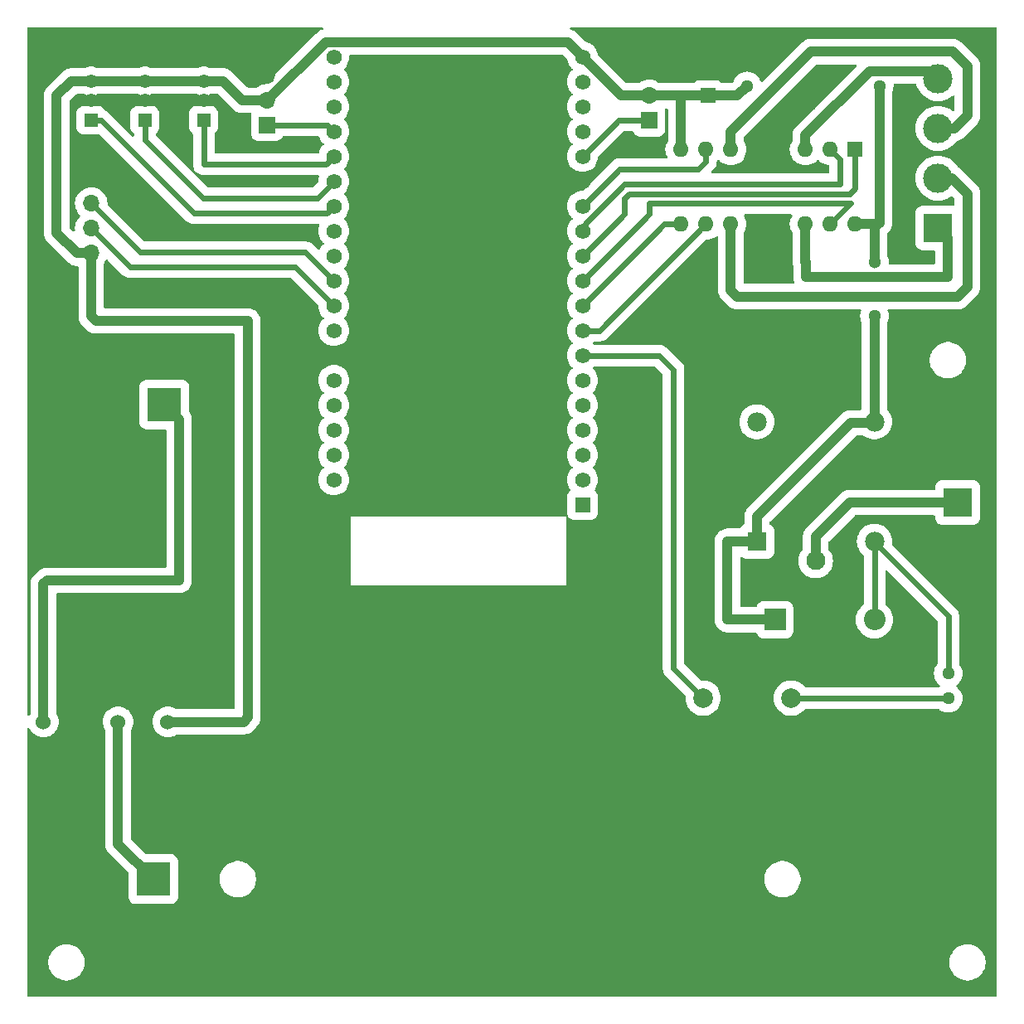
<source format=gbr>
%TF.GenerationSoftware,KiCad,Pcbnew,8.0.4*%
%TF.CreationDate,2024-09-04T16:44:11-05:00*%
%TF.ProjectId,PCB_CARRO_PROYECTO,5043425f-4341-4525-924f-5f50524f5945,rev?*%
%TF.SameCoordinates,Original*%
%TF.FileFunction,Copper,L2,Bot*%
%TF.FilePolarity,Positive*%
%FSLAX46Y46*%
G04 Gerber Fmt 4.6, Leading zero omitted, Abs format (unit mm)*
G04 Created by KiCad (PCBNEW 8.0.4) date 2024-09-04 16:44:11*
%MOMM*%
%LPD*%
G01*
G04 APERTURE LIST*
G04 Aperture macros list*
%AMRoundRect*
0 Rectangle with rounded corners*
0 $1 Rounding radius*
0 $2 $3 $4 $5 $6 $7 $8 $9 X,Y pos of 4 corners*
0 Add a 4 corners polygon primitive as box body*
4,1,4,$2,$3,$4,$5,$6,$7,$8,$9,$2,$3,0*
0 Add four circle primitives for the rounded corners*
1,1,$1+$1,$2,$3*
1,1,$1+$1,$4,$5*
1,1,$1+$1,$6,$7*
1,1,$1+$1,$8,$9*
0 Add four rect primitives between the rounded corners*
20,1,$1+$1,$2,$3,$4,$5,0*
20,1,$1+$1,$4,$5,$6,$7,0*
20,1,$1+$1,$6,$7,$8,$9,0*
20,1,$1+$1,$8,$9,$2,$3,0*%
G04 Aperture macros list end*
%TA.AperFunction,ComponentPad*%
%ADD10R,1.298000X1.298000*%
%TD*%
%TA.AperFunction,ComponentPad*%
%ADD11C,1.298000*%
%TD*%
%TA.AperFunction,ComponentPad*%
%ADD12R,1.560000X1.560000*%
%TD*%
%TA.AperFunction,ComponentPad*%
%ADD13C,1.560000*%
%TD*%
%TA.AperFunction,ComponentPad*%
%ADD14R,3.000000X3.000000*%
%TD*%
%TA.AperFunction,ComponentPad*%
%ADD15C,3.000000*%
%TD*%
%TA.AperFunction,ComponentPad*%
%ADD16R,3.500000X3.500000*%
%TD*%
%TA.AperFunction,ComponentPad*%
%ADD17RoundRect,0.750000X-0.750000X-1.000000X0.750000X-1.000000X0.750000X1.000000X-0.750000X1.000000X0*%
%TD*%
%TA.AperFunction,ComponentPad*%
%ADD18RoundRect,0.875000X-0.875000X-0.875000X0.875000X-0.875000X0.875000X0.875000X-0.875000X0.875000X0*%
%TD*%
%TA.AperFunction,ComponentPad*%
%ADD19R,1.600000X1.600000*%
%TD*%
%TA.AperFunction,ComponentPad*%
%ADD20C,1.600000*%
%TD*%
%TA.AperFunction,ComponentPad*%
%ADD21R,1.350000X1.350000*%
%TD*%
%TA.AperFunction,ComponentPad*%
%ADD22O,1.350000X1.350000*%
%TD*%
%TA.AperFunction,ComponentPad*%
%ADD23R,2.200000X2.200000*%
%TD*%
%TA.AperFunction,ComponentPad*%
%ADD24O,2.200000X2.200000*%
%TD*%
%TA.AperFunction,ComponentPad*%
%ADD25R,1.700000X1.700000*%
%TD*%
%TA.AperFunction,ComponentPad*%
%ADD26O,1.700000X1.700000*%
%TD*%
%TA.AperFunction,ComponentPad*%
%ADD27C,3.500000*%
%TD*%
%TA.AperFunction,ComponentPad*%
%ADD28C,1.524000*%
%TD*%
%TA.AperFunction,ComponentPad*%
%ADD29O,1.600000X1.600000*%
%TD*%
%TA.AperFunction,ComponentPad*%
%ADD30C,2.000000*%
%TD*%
%TA.AperFunction,ComponentPad*%
%ADD31R,1.980000X1.980000*%
%TD*%
%TA.AperFunction,ComponentPad*%
%ADD32C,1.980000*%
%TD*%
%TA.AperFunction,ComponentPad*%
%ADD33C,1.935000*%
%TD*%
%TA.AperFunction,ViaPad*%
%ADD34C,1.100000*%
%TD*%
%TA.AperFunction,ViaPad*%
%ADD35C,1.300000*%
%TD*%
%TA.AperFunction,Conductor*%
%ADD36C,1.000000*%
%TD*%
%TA.AperFunction,Conductor*%
%ADD37C,0.600000*%
%TD*%
G04 APERTURE END LIST*
D10*
%TO.P,Q1,1*%
%TO.N,GND*%
X193531000Y-121577500D03*
D11*
%TO.P,Q1,2*%
%TO.N,Net-(Q1-Pad2)*%
X193531000Y-119037500D03*
%TO.P,Q1,3*%
%TO.N,Net-(D1-A)*%
X193531000Y-116497500D03*
%TD*%
D12*
%TO.P,U1,J2-1,3V3*%
%TO.N,unconnected-(U1-3V3-PadJ2-1)*%
X156200000Y-99260000D03*
D13*
%TO.P,U1,J2-2,EN*%
%TO.N,unconnected-(U1-EN-PadJ2-2)*%
X156200000Y-96720000D03*
%TO.P,U1,J2-3,SENSOR_VP*%
%TO.N,unconnected-(U1-SENSOR_VP-PadJ2-3)*%
X156200000Y-94180000D03*
%TO.P,U1,J2-4,SENSOR_VN*%
%TO.N,unconnected-(U1-SENSOR_VN-PadJ2-4)*%
X156200000Y-91640000D03*
%TO.P,U1,J2-5,IO34*%
%TO.N,unconnected-(U1-IO34-PadJ2-5)*%
X156200000Y-89100000D03*
%TO.P,U1,J2-6,IO35*%
%TO.N,unconnected-(U1-IO35-PadJ2-6)*%
X156200000Y-86560000D03*
%TO.P,U1,J2-7,IO32*%
%TO.N,/B_1*%
X156200000Y-84020000D03*
%TO.P,U1,J2-8,IO33*%
%TO.N,/3a*%
X156200000Y-81480000D03*
%TO.P,U1,J2-9,IO25*%
%TO.N,/en_34*%
X156200000Y-78940000D03*
%TO.P,U1,J2-10,IO26*%
%TO.N,/4a*%
X156200000Y-76400000D03*
%TO.P,U1,J2-11,IO27*%
%TO.N,/en_12*%
X156200000Y-73860000D03*
%TO.P,U1,J2-12,IO14*%
%TO.N,/1a*%
X156200000Y-71320000D03*
%TO.P,U1,J2-13,IO12*%
%TO.N,/2a*%
X156200000Y-68780000D03*
%TO.P,U1,J2-14,GND1*%
%TO.N,GND*%
X156200000Y-66240000D03*
%TO.P,U1,J2-15,IO13*%
%TO.N,/servo_2*%
X156200000Y-63700000D03*
%TO.P,U1,J2-16,SD2*%
%TO.N,unconnected-(U1-SD2-PadJ2-16)*%
X156200000Y-61160000D03*
%TO.P,U1,J2-17,SD3*%
%TO.N,unconnected-(U1-SD3-PadJ2-17)*%
X156200000Y-58620000D03*
%TO.P,U1,J2-18,CMD*%
%TO.N,unconnected-(U1-CMD-PadJ2-18)*%
X156200000Y-56080000D03*
%TO.P,U1,J2-19,EXT_5V*%
%TO.N,+5V*%
X156200000Y-53540000D03*
%TO.P,U1,J3-1,GND3*%
%TO.N,GND*%
X130800000Y-99260000D03*
%TO.P,U1,J3-2,IO23*%
%TO.N,unconnected-(U1-IO23-PadJ3-2)*%
X130800000Y-96720000D03*
%TO.P,U1,J3-3,IO22*%
%TO.N,unconnected-(U1-IO22-PadJ3-3)*%
X130800000Y-94180000D03*
%TO.P,U1,J3-4,TXD0*%
%TO.N,unconnected-(U1-TXD0-PadJ3-4)*%
X130800000Y-91640000D03*
%TO.P,U1,J3-5,RXD0*%
%TO.N,unconnected-(U1-RXD0-PadJ3-5)*%
X130800000Y-89100000D03*
%TO.P,U1,J3-6,IO21*%
%TO.N,unconnected-(U1-IO21-PadJ3-6)*%
X130800000Y-86560000D03*
%TO.P,U1,J3-7,GND2*%
%TO.N,GND*%
X130800000Y-84020000D03*
%TO.P,U1,J3-8,IO19*%
%TO.N,unconnected-(U1-IO19-PadJ3-8)*%
X130800000Y-81480000D03*
%TO.P,U1,J3-9,IO18*%
%TO.N,/trig*%
X130800000Y-78940000D03*
%TO.P,U1,J3-10,IO5*%
%TO.N,/echo*%
X130800000Y-76400000D03*
%TO.P,U1,J3-11,IO17*%
%TO.N,unconnected-(U1-IO17-PadJ3-11)*%
X130800000Y-73860000D03*
%TO.P,U1,J3-12,IO16*%
%TO.N,unconnected-(U1-IO16-PadJ3-12)*%
X130800000Y-71320000D03*
%TO.P,U1,J3-13,IO4*%
%TO.N,/do_1*%
X130800000Y-68780000D03*
%TO.P,U1,J3-14,IO0*%
%TO.N,/do_2*%
X130800000Y-66240000D03*
%TO.P,U1,J3-15,IO2*%
%TO.N,/do_3*%
X130800000Y-63700000D03*
%TO.P,U1,J3-16,IO15*%
%TO.N,/servo_1*%
X130800000Y-61160000D03*
%TO.P,U1,J3-17,SD1*%
%TO.N,unconnected-(U1-SD1-PadJ3-17)*%
X130800000Y-58620000D03*
%TO.P,U1,J3-18,SD0*%
%TO.N,unconnected-(U1-SD0-PadJ3-18)*%
X130800000Y-56080000D03*
%TO.P,U1,J3-19,CLK*%
%TO.N,unconnected-(U1-CLK-PadJ3-19)*%
X130800000Y-53540000D03*
%TD*%
D14*
%TO.P,J5,1,Pin_1*%
%TO.N,/pot_4y*%
X192500000Y-71000000D03*
D15*
%TO.P,J5,2,Pin_2*%
%TO.N,/pot_3y*%
X192500000Y-65920000D03*
%TO.P,J5,3,Pin_3*%
%TO.N,/pot_2y*%
X192500000Y-60840000D03*
%TO.P,J5,4,Pin_4*%
%TO.N,/pot_1y*%
X192500000Y-55760000D03*
%TD*%
D16*
%TO.P,J4,1*%
%TO.N,VDC*%
X113500000Y-89042500D03*
D17*
%TO.P,J4,2*%
%TO.N,GND*%
X107500000Y-89042500D03*
D18*
%TO.P,J4,3*%
X110500000Y-93742500D03*
%TD*%
D19*
%TO.P,C1,1*%
%TO.N,+5V*%
X169000000Y-57500000D03*
D20*
%TO.P,C1,2*%
%TO.N,GND*%
X169000000Y-55000000D03*
%TD*%
D21*
%TO.P,J8,1,Pin_1*%
%TO.N,/do_2*%
X111500000Y-60000000D03*
D22*
%TO.P,J8,2,Pin_2*%
%TO.N,GND*%
X111500000Y-58000000D03*
%TO.P,J8,3,Pin_3*%
%TO.N,+5V*%
X111500000Y-56000000D03*
%TD*%
D23*
%TO.P,D1,1,K*%
%TO.N,+5V*%
X175840000Y-111000000D03*
D24*
%TO.P,D1,2,A*%
%TO.N,Net-(D1-A)*%
X186000000Y-111000000D03*
%TD*%
D25*
%TO.P,J1,1,Pin_1*%
%TO.N,/servo_1*%
X124000000Y-60500000D03*
D26*
%TO.P,J1,2,Pin_2*%
%TO.N,+5V*%
X124000000Y-57960000D03*
%TO.P,J1,3,Pin_3*%
%TO.N,GND*%
X124000000Y-55420000D03*
%TD*%
D25*
%TO.P,J2,1,Pin_1*%
%TO.N,/servo_2*%
X163000000Y-60040000D03*
D26*
%TO.P,J2,2,Pin_2*%
%TO.N,+5V*%
X163000000Y-57500000D03*
%TO.P,J2,3,Pin_3*%
%TO.N,GND*%
X163000000Y-54960000D03*
%TD*%
D14*
%TO.P,J6,1,Pin_1*%
%TO.N,Net-(J6-Pin_1)*%
X194500000Y-99040000D03*
D15*
%TO.P,J6,2,Pin_2*%
%TO.N,GND*%
X194500000Y-93960000D03*
%TD*%
D16*
%TO.P,BT1,1,+*%
%TO.N,+BATT*%
X112355000Y-137500000D03*
D27*
%TO.P,BT1,2,-*%
%TO.N,GND*%
X184355000Y-137500000D03*
%TD*%
D25*
%TO.P,J3,1,Pin_1*%
%TO.N,GND*%
X106025000Y-65960000D03*
D26*
%TO.P,J3,2,Pin_2*%
%TO.N,/echo*%
X106025000Y-68500000D03*
%TO.P,J3,3,Pin_3*%
%TO.N,/trig*%
X106025000Y-71040000D03*
%TO.P,J3,4,Pin_4*%
%TO.N,+5V*%
X106025000Y-73580000D03*
%TD*%
D28*
%TO.P,U3,1,VIN*%
%TO.N,VDC*%
X101150000Y-121430000D03*
%TO.P,U3,2,GND*%
%TO.N,GND*%
X103690000Y-121430000D03*
%TO.P,U3,3,GND*%
X106230000Y-121430000D03*
%TO.P,U3,4,BAT*%
%TO.N,+BATT*%
X108770000Y-121430000D03*
%TO.P,U3,5,GND*%
%TO.N,GND*%
X111310000Y-121430000D03*
%TO.P,U3,6,OUT-5V*%
%TO.N,+5V*%
X113850000Y-121430000D03*
%TD*%
D21*
%TO.P,J9,1,Pin_1*%
%TO.N,/do_3*%
X117500000Y-60000000D03*
D22*
%TO.P,J9,2,Pin_2*%
%TO.N,GND*%
X117500000Y-58000000D03*
%TO.P,J9,3,Pin_3*%
%TO.N,+5V*%
X117500000Y-56000000D03*
%TD*%
D19*
%TO.P,U2,1,EN1\u002C2*%
%TO.N,/en_12*%
X184040000Y-63000000D03*
D29*
%TO.P,U2,2,1A*%
%TO.N,/1a*%
X181500000Y-63000000D03*
%TO.P,U2,3,1Y*%
%TO.N,/pot_1y*%
X178960000Y-63000000D03*
%TO.P,U2,4,GND*%
%TO.N,GND*%
X176420000Y-63000000D03*
%TO.P,U2,5,GND*%
X173880000Y-63000000D03*
%TO.P,U2,6,2Y*%
%TO.N,/pot_2y*%
X171340000Y-63000000D03*
%TO.P,U2,7,2A*%
%TO.N,/2a*%
X168800000Y-63000000D03*
%TO.P,U2,8,VCC2*%
%TO.N,+5V*%
X166260000Y-63000000D03*
%TO.P,U2,9,EN3\u002C4*%
%TO.N,/en_34*%
X166260000Y-70620000D03*
%TO.P,U2,10,3A*%
%TO.N,/3a*%
X168800000Y-70620000D03*
%TO.P,U2,11,3Y*%
%TO.N,/pot_3y*%
X171340000Y-70620000D03*
%TO.P,U2,12,GND*%
%TO.N,GND*%
X173880000Y-70620000D03*
%TO.P,U2,13,GND*%
X176420000Y-70620000D03*
%TO.P,U2,14,4Y*%
%TO.N,/pot_4y*%
X178960000Y-70620000D03*
%TO.P,U2,15,4A*%
%TO.N,/4a*%
X181500000Y-70620000D03*
%TO.P,U2,16,VCC1*%
%TO.N,+5V*%
X184040000Y-70620000D03*
%TD*%
D30*
%TO.P,R1,1*%
%TO.N,/B_1*%
X168500000Y-119000000D03*
%TO.P,R1,2*%
%TO.N,Net-(Q1-Pad2)*%
X177500000Y-119000000D03*
%TD*%
D31*
%TO.P,K1,A1*%
%TO.N,+5V*%
X174000000Y-103000000D03*
D32*
%TO.P,K1,A2*%
%TO.N,Net-(D1-A)*%
X186000000Y-103000000D03*
D33*
%TO.P,K1,COM*%
%TO.N,Net-(J6-Pin_1)*%
X180000000Y-105000000D03*
D32*
%TO.P,K1,NC*%
%TO.N,unconnected-(K1-PadNC)*%
X174000000Y-90800000D03*
%TO.P,K1,NO*%
%TO.N,+5V*%
X186000000Y-90800000D03*
%TD*%
D21*
%TO.P,J7,1,Pin_1*%
%TO.N,/do_1*%
X106000000Y-60000000D03*
D22*
%TO.P,J7,2,Pin_2*%
%TO.N,GND*%
X106000000Y-58000000D03*
%TO.P,J7,3,Pin_3*%
%TO.N,+5V*%
X106000000Y-56000000D03*
%TD*%
D34*
%TO.N,GND*%
X179500000Y-58500000D03*
X121000000Y-61000000D03*
X189500000Y-58500000D03*
X121000000Y-53000000D03*
X176000000Y-81000000D03*
X176000000Y-76000000D03*
D35*
%TO.N,+5V*%
X186000000Y-80000000D03*
X173000000Y-56500000D03*
X186500000Y-56500000D03*
X186000000Y-74500000D03*
%TD*%
D36*
%TO.N,VDC*%
X115000000Y-107000000D02*
X115000000Y-90542500D01*
X101500000Y-107000000D02*
X115000000Y-107000000D01*
X101150000Y-107350000D02*
X101500000Y-107000000D01*
X115000000Y-90542500D02*
X113500000Y-89042500D01*
X101150000Y-121430000D02*
X101150000Y-107350000D01*
%TO.N,/pot_2y*%
X195500000Y-59500000D02*
X194160000Y-60840000D01*
X179500000Y-53000000D02*
X194000000Y-53000000D01*
X194000000Y-53000000D02*
X195500000Y-54500000D01*
X171340000Y-61160000D02*
X179500000Y-53000000D01*
X194160000Y-60840000D02*
X192500000Y-60840000D01*
X171340000Y-63000000D02*
X171340000Y-61160000D01*
X195500000Y-54500000D02*
X195500000Y-59500000D01*
%TO.N,/pot_1y*%
X178960000Y-61540000D02*
X178960000Y-63000000D01*
X185500000Y-55000000D02*
X178960000Y-61540000D01*
X191740000Y-55000000D02*
X185500000Y-55000000D01*
X192500000Y-55760000D02*
X191740000Y-55000000D01*
%TO.N,/pot_3y*%
X195500000Y-67500000D02*
X193920000Y-65920000D01*
X195500000Y-77000000D02*
X195500000Y-67500000D01*
X194500000Y-78000000D02*
X195500000Y-77000000D01*
X171340000Y-77340000D02*
X172000000Y-78000000D01*
X171340000Y-70620000D02*
X171340000Y-77340000D01*
X172000000Y-78000000D02*
X194500000Y-78000000D01*
X193920000Y-65920000D02*
X192500000Y-65920000D01*
%TO.N,/pot_4y*%
X179000000Y-76000000D02*
X193500000Y-76000000D01*
X193500000Y-76000000D02*
X193500000Y-72000000D01*
X179000000Y-74500000D02*
X179000000Y-76000000D01*
X178960000Y-70620000D02*
X178960000Y-74460000D01*
X178960000Y-74460000D02*
X179000000Y-74500000D01*
X193500000Y-72000000D02*
X192500000Y-71000000D01*
%TO.N,+BATT*%
X108770000Y-121430000D02*
X108770000Y-133915000D01*
X108770000Y-133915000D02*
X112355000Y-137500000D01*
%TO.N,+5V*%
X104580000Y-73580000D02*
X102500000Y-71500000D01*
X169000000Y-57500000D02*
X166500000Y-57500000D01*
X122000000Y-121000000D02*
X122000000Y-80500000D01*
X121570000Y-121430000D02*
X122000000Y-121000000D01*
X186500000Y-70500000D02*
X186380000Y-70620000D01*
X154666000Y-52006000D02*
X156200000Y-53540000D01*
X186500000Y-56500000D02*
X186500000Y-70500000D01*
X102500000Y-71500000D02*
X102500000Y-57500000D01*
X106500000Y-80500000D02*
X106025000Y-80025000D01*
X171000000Y-111000000D02*
X175840000Y-111000000D01*
X186000000Y-90800000D02*
X186000000Y-80000000D01*
X106025000Y-73580000D02*
X104580000Y-73580000D01*
X121460000Y-57960000D02*
X124000000Y-57960000D01*
X174000000Y-103100000D02*
X174000000Y-100500000D01*
X166260000Y-57740000D02*
X166500000Y-57500000D01*
X160160000Y-57500000D02*
X156200000Y-53540000D01*
X171000000Y-103000000D02*
X171000000Y-111000000D01*
X104000000Y-56000000D02*
X119500000Y-56000000D01*
X174000000Y-100500000D02*
X183600000Y-90900000D01*
X186000000Y-71000000D02*
X186380000Y-70620000D01*
X163000000Y-57500000D02*
X160160000Y-57500000D01*
X183600000Y-90900000D02*
X186000000Y-90900000D01*
X119500000Y-56000000D02*
X121460000Y-57960000D01*
X102500000Y-57500000D02*
X104000000Y-56000000D01*
X124000000Y-57960000D02*
X129954000Y-52006000D01*
X122000000Y-80500000D02*
X106500000Y-80500000D01*
X186000000Y-74500000D02*
X186000000Y-71000000D01*
X129954000Y-52006000D02*
X154666000Y-52006000D01*
X186380000Y-70620000D02*
X184040000Y-70620000D01*
X166500000Y-57500000D02*
X163000000Y-57500000D01*
X172000000Y-57500000D02*
X169000000Y-57500000D01*
X173000000Y-56500000D02*
X172000000Y-57500000D01*
X166260000Y-63000000D02*
X166260000Y-57740000D01*
X106025000Y-80025000D02*
X106025000Y-73580000D01*
X174000000Y-103000000D02*
X171000000Y-103000000D01*
X113850000Y-121430000D02*
X121570000Y-121430000D01*
D37*
%TO.N,Net-(D1-A)*%
X193531000Y-116497500D02*
X193531000Y-110631000D01*
X185400000Y-103100000D02*
X186000000Y-103100000D01*
X186000000Y-103100000D02*
X186000000Y-111000000D01*
X193531000Y-110631000D02*
X186000000Y-103100000D01*
%TO.N,/servo_1*%
X130140000Y-60500000D02*
X130800000Y-61160000D01*
X124000000Y-60500000D02*
X130140000Y-60500000D01*
%TO.N,/servo_2*%
X159860000Y-60040000D02*
X156200000Y-63700000D01*
X163000000Y-60040000D02*
X159860000Y-60040000D01*
%TO.N,/echo*%
X127900000Y-73500000D02*
X111025000Y-73500000D01*
X111025000Y-73500000D02*
X106025000Y-68500000D01*
X130800000Y-76400000D02*
X127900000Y-73500000D01*
%TO.N,/trig*%
X109985000Y-75000000D02*
X106025000Y-71040000D01*
X130800000Y-78940000D02*
X126860000Y-75000000D01*
X126860000Y-75000000D02*
X109985000Y-75000000D01*
D36*
%TO.N,VDC*%
X113500000Y-89042500D02*
X114042500Y-89042500D01*
%TO.N,/pot_3y*%
X193500000Y-66040000D02*
X193540000Y-66040000D01*
%TO.N,/pot_2y*%
X193500000Y-60960000D02*
X193540000Y-60960000D01*
%TO.N,Net-(J6-Pin_1)*%
X180000000Y-105000000D02*
X180000000Y-102500000D01*
X180000000Y-102500000D02*
X183460000Y-99040000D01*
X183460000Y-99040000D02*
X194500000Y-99040000D01*
D37*
%TO.N,/do_1*%
X107000000Y-60000000D02*
X116500000Y-69500000D01*
X130080000Y-69500000D02*
X130800000Y-68780000D01*
X106000000Y-60000000D02*
X107000000Y-60000000D01*
X116500000Y-69500000D02*
X130080000Y-69500000D01*
%TO.N,/do_2*%
X117426000Y-67926000D02*
X129114000Y-67926000D01*
X129114000Y-67926000D02*
X130800000Y-66240000D01*
X111500000Y-60000000D02*
X111500000Y-62000000D01*
X111500000Y-62000000D02*
X117426000Y-67926000D01*
%TO.N,/do_3*%
X117500000Y-64500000D02*
X117500000Y-60500000D01*
X130800000Y-63700000D02*
X130000000Y-64500000D01*
X130000000Y-64500000D02*
X117500000Y-64500000D01*
%TO.N,Net-(Q1-Pad2)*%
X193531000Y-119037500D02*
X177537500Y-119037500D01*
X177537500Y-119037500D02*
X177500000Y-119000000D01*
%TO.N,/B_1*%
X165500000Y-85500000D02*
X164020000Y-84020000D01*
X168500000Y-119000000D02*
X165500000Y-116000000D01*
X164020000Y-84020000D02*
X156200000Y-84020000D01*
X165500000Y-116000000D02*
X165500000Y-85500000D01*
%TO.N,/2a*%
X168800000Y-64200000D02*
X168800000Y-63000000D01*
X168000000Y-65000000D02*
X159980000Y-65000000D01*
X159980000Y-65000000D02*
X156200000Y-68780000D01*
X168000000Y-65000000D02*
X168800000Y-64200000D01*
%TO.N,/4a*%
X183620000Y-68500000D02*
X163000000Y-68500000D01*
X163000000Y-68500000D02*
X163000000Y-69600000D01*
X163000000Y-69600000D02*
X156200000Y-76400000D01*
X181500000Y-70620000D02*
X183620000Y-68500000D01*
%TO.N,/en_34*%
X166260000Y-70620000D02*
X164520000Y-70620000D01*
X164520000Y-70620000D02*
X156200000Y-78940000D01*
%TO.N,/en_12*%
X183500000Y-67500000D02*
X161000000Y-67500000D01*
X160500000Y-68000000D02*
X160500000Y-69560000D01*
X161000000Y-67500000D02*
X160500000Y-68000000D01*
X184040000Y-66960000D02*
X183500000Y-67500000D01*
X184040000Y-63000000D02*
X184040000Y-66960000D01*
X160500000Y-69560000D02*
X156200000Y-73860000D01*
%TO.N,/3a*%
X168800000Y-70620000D02*
X157940000Y-81480000D01*
X157940000Y-81480000D02*
X156200000Y-81480000D01*
%TO.N,/1a*%
X156200000Y-70800000D02*
X160500000Y-66500000D01*
X182500000Y-64000000D02*
X181500000Y-63000000D01*
X182500000Y-66500000D02*
X182500000Y-64000000D01*
X160500000Y-66500000D02*
X182500000Y-66500000D01*
X156200000Y-71320000D02*
X156200000Y-70800000D01*
%TD*%
%TA.AperFunction,Conductor*%
%TO.N,GND*%
G36*
X129663080Y-50520185D02*
G01*
X129708835Y-50572989D01*
X129718779Y-50642147D01*
X129689754Y-50705703D01*
X129634359Y-50742431D01*
X129454784Y-50800777D01*
X129454781Y-50800778D01*
X129272386Y-50893715D01*
X129106786Y-51014028D01*
X129106782Y-51014032D01*
X128962031Y-51158784D01*
X123833083Y-56287730D01*
X123771760Y-56321215D01*
X123755138Y-56323666D01*
X123741010Y-56324778D01*
X123741004Y-56324779D01*
X123488389Y-56385427D01*
X123248376Y-56484843D01*
X123026860Y-56620588D01*
X123016085Y-56629791D01*
X122952323Y-56658361D01*
X122935554Y-56659500D01*
X122050046Y-56659500D01*
X121983007Y-56639815D01*
X121962365Y-56623181D01*
X121171175Y-55831991D01*
X120347219Y-55008034D01*
X120181611Y-54887713D01*
X120064387Y-54827985D01*
X119999219Y-54794780D01*
X119890638Y-54759500D01*
X119890637Y-54759499D01*
X119804532Y-54731522D01*
X119649220Y-54706923D01*
X119602352Y-54699500D01*
X119602351Y-54699500D01*
X118228422Y-54699500D01*
X118169405Y-54684555D01*
X118094739Y-54644148D01*
X118094729Y-54644143D01*
X117863458Y-54564748D01*
X117682561Y-54534562D01*
X117622263Y-54524500D01*
X117377737Y-54524500D01*
X117329498Y-54532549D01*
X117136541Y-54564748D01*
X116905270Y-54644143D01*
X116905260Y-54644148D01*
X116830595Y-54684555D01*
X116771578Y-54699500D01*
X112228422Y-54699500D01*
X112169405Y-54684555D01*
X112094739Y-54644148D01*
X112094729Y-54644143D01*
X111863458Y-54564748D01*
X111682561Y-54534562D01*
X111622263Y-54524500D01*
X111377737Y-54524500D01*
X111329498Y-54532549D01*
X111136541Y-54564748D01*
X110905270Y-54644143D01*
X110905260Y-54644148D01*
X110830595Y-54684555D01*
X110771578Y-54699500D01*
X106728422Y-54699500D01*
X106669405Y-54684555D01*
X106594739Y-54644148D01*
X106594729Y-54644143D01*
X106363458Y-54564748D01*
X106182561Y-54534562D01*
X106122263Y-54524500D01*
X105877737Y-54524500D01*
X105829498Y-54532549D01*
X105636541Y-54564748D01*
X105405270Y-54644143D01*
X105405260Y-54644148D01*
X105330595Y-54684555D01*
X105271578Y-54699500D01*
X103897648Y-54699500D01*
X103873329Y-54703351D01*
X103695465Y-54731522D01*
X103500776Y-54794781D01*
X103435613Y-54827985D01*
X103318387Y-54887714D01*
X103318384Y-54887716D01*
X103152778Y-55008036D01*
X101508036Y-56652778D01*
X101508031Y-56652784D01*
X101387713Y-56818387D01*
X101387710Y-56818393D01*
X101373024Y-56847218D01*
X101373024Y-56847219D01*
X101294781Y-57000776D01*
X101277445Y-57054133D01*
X101231523Y-57195464D01*
X101224310Y-57241006D01*
X101199500Y-57397648D01*
X101199500Y-71602351D01*
X101231522Y-71804531D01*
X101231522Y-71804532D01*
X101231523Y-71804535D01*
X101258389Y-71887219D01*
X101294780Y-71999219D01*
X101313994Y-72036928D01*
X101387713Y-72181611D01*
X101508034Y-72347219D01*
X103732781Y-74571966D01*
X103898389Y-74692287D01*
X103953266Y-74720248D01*
X104080776Y-74785218D01*
X104080778Y-74785218D01*
X104080781Y-74785220D01*
X104171243Y-74814613D01*
X104275465Y-74848477D01*
X104477648Y-74880500D01*
X104600500Y-74880500D01*
X104667539Y-74900185D01*
X104713294Y-74952989D01*
X104724500Y-75004500D01*
X104724500Y-80127351D01*
X104756522Y-80329531D01*
X104781563Y-80406599D01*
X104781563Y-80406600D01*
X104819776Y-80524211D01*
X104819779Y-80524218D01*
X104819780Y-80524219D01*
X104831965Y-80548133D01*
X104912713Y-80706611D01*
X105033034Y-80872219D01*
X105033036Y-80872221D01*
X105652786Y-81491971D01*
X105807749Y-81604556D01*
X105818390Y-81612287D01*
X105934607Y-81671503D01*
X106000776Y-81705218D01*
X106000778Y-81705218D01*
X106000781Y-81705220D01*
X106070928Y-81728012D01*
X106195465Y-81768477D01*
X106296557Y-81784488D01*
X106397648Y-81800500D01*
X120575500Y-81800500D01*
X120642539Y-81820185D01*
X120688294Y-81872989D01*
X120699500Y-81924500D01*
X120699500Y-120005500D01*
X120679815Y-120072539D01*
X120627011Y-120118294D01*
X120575500Y-120129500D01*
X114753188Y-120129500D01*
X114688398Y-120111227D01*
X114561553Y-120033496D01*
X114561550Y-120033494D01*
X114334336Y-119939380D01*
X114298819Y-119930853D01*
X114095185Y-119881964D01*
X114095182Y-119881963D01*
X114095179Y-119881963D01*
X113850000Y-119862668D01*
X113604820Y-119881963D01*
X113604816Y-119881963D01*
X113604815Y-119881964D01*
X113485241Y-119910671D01*
X113365663Y-119939380D01*
X113138449Y-120033494D01*
X113138446Y-120033496D01*
X112928750Y-120161998D01*
X112928747Y-120161999D01*
X112741729Y-120321729D01*
X112581999Y-120508747D01*
X112581998Y-120508750D01*
X112453496Y-120718446D01*
X112453494Y-120718449D01*
X112359380Y-120945663D01*
X112301963Y-121184820D01*
X112282668Y-121430000D01*
X112301963Y-121675179D01*
X112301963Y-121675182D01*
X112301964Y-121675185D01*
X112343266Y-121847219D01*
X112359380Y-121914336D01*
X112453494Y-122141550D01*
X112453496Y-122141553D01*
X112581998Y-122351249D01*
X112581999Y-122351252D01*
X112582002Y-122351255D01*
X112741729Y-122538271D01*
X112855242Y-122635220D01*
X112928747Y-122698000D01*
X112928750Y-122698001D01*
X113138446Y-122826503D01*
X113138449Y-122826505D01*
X113365663Y-122920619D01*
X113365668Y-122920621D01*
X113604815Y-122978036D01*
X113850000Y-122997332D01*
X114095185Y-122978036D01*
X114334332Y-122920621D01*
X114447943Y-122873562D01*
X114561550Y-122826505D01*
X114561551Y-122826504D01*
X114561554Y-122826503D01*
X114688398Y-122748772D01*
X114753188Y-122730500D01*
X121672351Y-122730500D01*
X121672352Y-122730500D01*
X121874535Y-122698477D01*
X121971876Y-122666848D01*
X122069219Y-122635220D01*
X122172870Y-122582407D01*
X122251611Y-122542287D01*
X122417219Y-122421966D01*
X122837012Y-122002170D01*
X122837017Y-122002167D01*
X122847217Y-121991966D01*
X122847219Y-121991966D01*
X122991966Y-121847219D01*
X123073836Y-121734534D01*
X123112287Y-121681611D01*
X123193110Y-121522986D01*
X123205220Y-121499219D01*
X123268477Y-121304534D01*
X123300500Y-121102352D01*
X123300500Y-107500000D01*
X132500000Y-107500000D01*
X154500000Y-107500000D01*
X154500000Y-100510850D01*
X154503186Y-100500000D01*
X154500000Y-100500000D01*
X132500000Y-100500000D01*
X132500000Y-107500000D01*
X123300500Y-107500000D01*
X123300500Y-86560000D01*
X129214613Y-86560000D01*
X129234132Y-86808012D01*
X129292204Y-87049902D01*
X129292208Y-87049914D01*
X129387409Y-87279751D01*
X129517391Y-87491861D01*
X129517392Y-87491864D01*
X129517395Y-87491867D01*
X129678962Y-87681038D01*
X129742975Y-87735710D01*
X129781168Y-87794217D01*
X129781666Y-87864085D01*
X129744313Y-87923131D01*
X129742999Y-87924268D01*
X129678962Y-87978962D01*
X129517392Y-88168135D01*
X129517391Y-88168138D01*
X129387409Y-88380248D01*
X129292208Y-88610085D01*
X129292204Y-88610097D01*
X129234132Y-88851987D01*
X129214613Y-89100000D01*
X129234132Y-89348012D01*
X129292204Y-89589902D01*
X129292208Y-89589914D01*
X129387409Y-89819751D01*
X129517391Y-90031861D01*
X129517392Y-90031864D01*
X129517395Y-90031867D01*
X129678962Y-90221038D01*
X129742975Y-90275710D01*
X129781168Y-90334217D01*
X129781666Y-90404085D01*
X129744313Y-90463131D01*
X129742999Y-90464268D01*
X129678962Y-90518962D01*
X129517392Y-90708135D01*
X129517391Y-90708138D01*
X129387409Y-90920248D01*
X129292208Y-91150085D01*
X129292204Y-91150097D01*
X129234132Y-91391987D01*
X129214613Y-91640000D01*
X129234132Y-91888012D01*
X129292204Y-92129902D01*
X129292208Y-92129914D01*
X129387409Y-92359751D01*
X129517391Y-92571861D01*
X129517392Y-92571864D01*
X129517395Y-92571867D01*
X129678962Y-92761038D01*
X129742975Y-92815710D01*
X129781168Y-92874217D01*
X129781666Y-92944085D01*
X129744313Y-93003131D01*
X129742999Y-93004268D01*
X129678962Y-93058962D01*
X129517392Y-93248135D01*
X129517391Y-93248138D01*
X129387409Y-93460248D01*
X129292208Y-93690085D01*
X129292204Y-93690097D01*
X129234132Y-93931987D01*
X129214613Y-94180000D01*
X129234132Y-94428012D01*
X129292204Y-94669902D01*
X129292208Y-94669914D01*
X129387409Y-94899751D01*
X129517391Y-95111861D01*
X129517392Y-95111864D01*
X129517395Y-95111867D01*
X129678962Y-95301038D01*
X129742975Y-95355710D01*
X129781168Y-95414217D01*
X129781666Y-95484085D01*
X129744313Y-95543131D01*
X129742999Y-95544268D01*
X129678962Y-95598962D01*
X129517392Y-95788135D01*
X129517391Y-95788138D01*
X129387409Y-96000248D01*
X129292208Y-96230085D01*
X129292204Y-96230097D01*
X129234132Y-96471987D01*
X129214613Y-96720000D01*
X129234132Y-96968012D01*
X129292204Y-97209902D01*
X129292208Y-97209914D01*
X129387409Y-97439751D01*
X129517391Y-97651861D01*
X129517392Y-97651864D01*
X129534998Y-97672478D01*
X129678962Y-97841038D01*
X129726040Y-97881246D01*
X129868135Y-98002607D01*
X129868138Y-98002608D01*
X130080248Y-98132590D01*
X130161508Y-98166248D01*
X130310088Y-98227793D01*
X130551991Y-98285868D01*
X130800000Y-98305387D01*
X131048009Y-98285868D01*
X131289912Y-98227793D01*
X131519751Y-98132590D01*
X131731867Y-98002605D01*
X131921038Y-97841038D01*
X132082605Y-97651867D01*
X132212590Y-97439751D01*
X132307793Y-97209912D01*
X132365868Y-96968009D01*
X132385387Y-96720000D01*
X132365868Y-96471991D01*
X132307793Y-96230088D01*
X132212590Y-96000249D01*
X132212590Y-96000248D01*
X132082608Y-95788138D01*
X132082607Y-95788135D01*
X131921038Y-95598962D01*
X131857023Y-95544288D01*
X131818832Y-95485784D01*
X131818332Y-95415916D01*
X131855686Y-95356870D01*
X131856949Y-95355774D01*
X131921038Y-95301038D01*
X132082605Y-95111867D01*
X132212590Y-94899751D01*
X132307793Y-94669912D01*
X132365868Y-94428009D01*
X132385387Y-94180000D01*
X132365868Y-93931991D01*
X132307793Y-93690088D01*
X132212590Y-93460249D01*
X132212590Y-93460248D01*
X132082608Y-93248138D01*
X132082607Y-93248135D01*
X131921038Y-93058962D01*
X131857023Y-93004288D01*
X131818832Y-92945784D01*
X131818332Y-92875916D01*
X131855686Y-92816870D01*
X131856949Y-92815774D01*
X131921038Y-92761038D01*
X132082605Y-92571867D01*
X132212590Y-92359751D01*
X132307793Y-92129912D01*
X132365868Y-91888009D01*
X132385387Y-91640000D01*
X132365868Y-91391991D01*
X132307793Y-91150088D01*
X132212590Y-90920249D01*
X132212590Y-90920248D01*
X132082608Y-90708138D01*
X132082607Y-90708135D01*
X131921038Y-90518962D01*
X131857023Y-90464288D01*
X131818832Y-90405784D01*
X131818332Y-90335916D01*
X131855686Y-90276870D01*
X131856949Y-90275774D01*
X131921038Y-90221038D01*
X132082605Y-90031867D01*
X132212590Y-89819751D01*
X132307793Y-89589912D01*
X132365868Y-89348009D01*
X132385387Y-89100000D01*
X132365868Y-88851991D01*
X132307793Y-88610088D01*
X132212590Y-88380249D01*
X132212590Y-88380248D01*
X132082608Y-88168138D01*
X132082607Y-88168135D01*
X131921038Y-87978962D01*
X131857023Y-87924288D01*
X131818832Y-87865784D01*
X131818332Y-87795916D01*
X131855686Y-87736870D01*
X131856949Y-87735774D01*
X131921038Y-87681038D01*
X132082605Y-87491867D01*
X132212590Y-87279751D01*
X132307793Y-87049912D01*
X132365868Y-86808009D01*
X132385387Y-86560000D01*
X132365868Y-86311991D01*
X132307793Y-86070088D01*
X132212590Y-85840249D01*
X132212590Y-85840248D01*
X132082608Y-85628138D01*
X132082607Y-85628135D01*
X131999038Y-85530289D01*
X131921038Y-85438962D01*
X131746626Y-85290000D01*
X131731864Y-85277392D01*
X131731861Y-85277391D01*
X131519751Y-85147409D01*
X131289914Y-85052208D01*
X131289916Y-85052208D01*
X131289912Y-85052207D01*
X131289908Y-85052206D01*
X131289902Y-85052204D01*
X131048012Y-84994132D01*
X130800000Y-84974613D01*
X130551987Y-84994132D01*
X130310097Y-85052204D01*
X130310085Y-85052208D01*
X130080248Y-85147409D01*
X129868138Y-85277391D01*
X129868135Y-85277392D01*
X129678962Y-85438962D01*
X129517392Y-85628135D01*
X129517391Y-85628138D01*
X129387409Y-85840248D01*
X129292208Y-86070085D01*
X129292204Y-86070097D01*
X129234132Y-86311987D01*
X129214613Y-86560000D01*
X123300500Y-86560000D01*
X123300500Y-80397648D01*
X123289711Y-80329531D01*
X123268477Y-80195465D01*
X123205218Y-80000776D01*
X123165409Y-79922648D01*
X123112287Y-79818390D01*
X123104556Y-79807749D01*
X122991971Y-79652786D01*
X122847213Y-79508028D01*
X122681613Y-79387715D01*
X122681612Y-79387714D01*
X122681610Y-79387713D01*
X122624653Y-79358691D01*
X122499223Y-79294781D01*
X122304534Y-79231522D01*
X122129995Y-79203878D01*
X122102352Y-79199500D01*
X122102351Y-79199500D01*
X107449500Y-79199500D01*
X107382461Y-79179815D01*
X107336706Y-79127011D01*
X107325500Y-79075500D01*
X107325500Y-74644445D01*
X107345185Y-74577406D01*
X107355207Y-74563917D01*
X107364412Y-74553140D01*
X107500154Y-74331628D01*
X107505326Y-74319142D01*
X107549165Y-74264738D01*
X107615459Y-74242671D01*
X107683159Y-74259949D01*
X107707569Y-74278911D01*
X109145586Y-75716928D01*
X109268072Y-75839414D01*
X109408212Y-75941232D01*
X109562555Y-76019873D01*
X109727299Y-76073402D01*
X109898389Y-76100500D01*
X109898390Y-76100500D01*
X110071611Y-76100500D01*
X126352796Y-76100500D01*
X126419835Y-76120185D01*
X126440477Y-76136819D01*
X129179784Y-78876126D01*
X129213269Y-78937449D01*
X129215721Y-78954078D01*
X129234132Y-79188012D01*
X129292204Y-79429902D01*
X129292208Y-79429914D01*
X129387409Y-79659751D01*
X129517391Y-79871861D01*
X129517392Y-79871864D01*
X129517395Y-79871867D01*
X129678962Y-80061038D01*
X129742975Y-80115710D01*
X129781168Y-80174217D01*
X129781666Y-80244085D01*
X129744313Y-80303131D01*
X129742999Y-80304268D01*
X129713421Y-80329531D01*
X129678962Y-80358962D01*
X129517395Y-80548133D01*
X129517391Y-80548138D01*
X129387409Y-80760248D01*
X129292208Y-80990085D01*
X129292204Y-80990097D01*
X129234132Y-81231987D01*
X129214613Y-81480000D01*
X129234132Y-81728012D01*
X129292204Y-81969902D01*
X129292208Y-81969914D01*
X129387409Y-82199751D01*
X129517391Y-82411861D01*
X129517392Y-82411864D01*
X129525393Y-82421232D01*
X129678962Y-82601038D01*
X129811478Y-82714217D01*
X129868135Y-82762607D01*
X129868138Y-82762608D01*
X130080248Y-82892590D01*
X130145215Y-82919500D01*
X130310088Y-82987793D01*
X130551991Y-83045868D01*
X130800000Y-83065387D01*
X131048009Y-83045868D01*
X131289912Y-82987793D01*
X131519751Y-82892590D01*
X131731867Y-82762605D01*
X131921038Y-82601038D01*
X132082605Y-82411867D01*
X132212590Y-82199751D01*
X132307793Y-81969912D01*
X132365868Y-81728009D01*
X132385387Y-81480000D01*
X132365868Y-81231991D01*
X132307793Y-80990088D01*
X132212590Y-80760249D01*
X132212590Y-80760248D01*
X132082608Y-80548138D01*
X132082605Y-80548133D01*
X131921038Y-80358962D01*
X131910300Y-80349791D01*
X131857023Y-80304288D01*
X131818832Y-80245784D01*
X131818332Y-80175916D01*
X131855686Y-80116870D01*
X131856949Y-80115774D01*
X131921038Y-80061038D01*
X132082605Y-79871867D01*
X132212590Y-79659751D01*
X132307793Y-79429912D01*
X132365868Y-79188009D01*
X132385387Y-78940000D01*
X132365868Y-78691991D01*
X132307793Y-78450088D01*
X132212590Y-78220249D01*
X132212590Y-78220248D01*
X132082608Y-78008138D01*
X132082607Y-78008135D01*
X131921038Y-77818962D01*
X131857023Y-77764288D01*
X131818832Y-77705784D01*
X131818332Y-77635916D01*
X131855686Y-77576870D01*
X131856949Y-77575774D01*
X131921038Y-77521038D01*
X132082605Y-77331867D01*
X132212590Y-77119751D01*
X132307793Y-76889912D01*
X132365868Y-76648009D01*
X132385387Y-76400000D01*
X132365868Y-76151991D01*
X132307793Y-75910088D01*
X132212590Y-75680249D01*
X132212590Y-75680248D01*
X132082608Y-75468138D01*
X132082607Y-75468135D01*
X131921038Y-75278962D01*
X131857023Y-75224288D01*
X131818832Y-75165784D01*
X131818332Y-75095916D01*
X131855686Y-75036870D01*
X131856949Y-75035774D01*
X131921038Y-74981038D01*
X132082605Y-74791867D01*
X132212590Y-74579751D01*
X132307793Y-74349912D01*
X132365868Y-74108009D01*
X132385387Y-73860000D01*
X132365868Y-73611991D01*
X132307793Y-73370088D01*
X132212590Y-73140249D01*
X132212590Y-73140248D01*
X132082608Y-72928138D01*
X132082607Y-72928135D01*
X131921038Y-72738962D01*
X131857023Y-72684288D01*
X131818832Y-72625784D01*
X131818332Y-72555916D01*
X131855686Y-72496870D01*
X131856949Y-72495774D01*
X131921038Y-72441038D01*
X132082605Y-72251867D01*
X132212590Y-72039751D01*
X132307793Y-71809912D01*
X132365868Y-71568009D01*
X132385387Y-71320000D01*
X132365868Y-71071991D01*
X132307793Y-70830088D01*
X132212590Y-70600249D01*
X132212590Y-70600248D01*
X132082608Y-70388138D01*
X132082607Y-70388135D01*
X131921038Y-70198962D01*
X131857023Y-70144288D01*
X131818832Y-70085784D01*
X131818332Y-70015916D01*
X131855686Y-69956870D01*
X131856949Y-69955774D01*
X131921038Y-69901038D01*
X132082605Y-69711867D01*
X132212590Y-69499751D01*
X132307793Y-69269912D01*
X132365868Y-69028009D01*
X132385387Y-68780000D01*
X132365868Y-68531991D01*
X132307793Y-68290088D01*
X132212590Y-68060249D01*
X132212590Y-68060248D01*
X132082608Y-67848138D01*
X132082607Y-67848135D01*
X131921038Y-67658962D01*
X131873077Y-67618000D01*
X131857023Y-67604288D01*
X131818832Y-67545784D01*
X131818332Y-67475916D01*
X131855686Y-67416870D01*
X131856949Y-67415774D01*
X131921038Y-67361038D01*
X132082605Y-67171867D01*
X132212590Y-66959751D01*
X132307793Y-66729912D01*
X132365868Y-66488009D01*
X132385387Y-66240000D01*
X132365868Y-65991991D01*
X132307793Y-65750088D01*
X132212590Y-65520249D01*
X132212590Y-65520248D01*
X132082608Y-65308138D01*
X132082607Y-65308135D01*
X131921038Y-65118962D01*
X131913577Y-65112590D01*
X131857023Y-65064288D01*
X131818832Y-65005784D01*
X131818332Y-64935916D01*
X131855686Y-64876870D01*
X131856949Y-64875774D01*
X131921038Y-64821038D01*
X132082605Y-64631867D01*
X132212590Y-64419751D01*
X132307793Y-64189912D01*
X132365868Y-63948009D01*
X132385387Y-63700000D01*
X132365868Y-63451991D01*
X132307793Y-63210088D01*
X132212590Y-62980249D01*
X132212590Y-62980248D01*
X132082608Y-62768138D01*
X132082607Y-62768135D01*
X131921038Y-62578962D01*
X131857023Y-62524288D01*
X131818832Y-62465784D01*
X131818332Y-62395916D01*
X131855686Y-62336870D01*
X131856949Y-62335774D01*
X131921038Y-62281038D01*
X132082605Y-62091867D01*
X132212590Y-61879751D01*
X132307793Y-61649912D01*
X132365868Y-61408009D01*
X132385387Y-61160000D01*
X132365868Y-60911991D01*
X132307793Y-60670088D01*
X132246248Y-60521508D01*
X132212590Y-60440248D01*
X132082608Y-60228138D01*
X132082607Y-60228135D01*
X131921038Y-60038962D01*
X131857023Y-59984288D01*
X131818832Y-59925784D01*
X131818332Y-59855916D01*
X131855686Y-59796870D01*
X131856949Y-59795774D01*
X131921038Y-59741038D01*
X132082605Y-59551867D01*
X132212590Y-59339751D01*
X132307793Y-59109912D01*
X132365868Y-58868009D01*
X132385387Y-58620000D01*
X132365868Y-58371991D01*
X132307793Y-58130088D01*
X132212590Y-57900249D01*
X132212590Y-57900248D01*
X132082608Y-57688138D01*
X132082607Y-57688135D01*
X131921038Y-57498962D01*
X131910521Y-57489980D01*
X131857023Y-57444288D01*
X131818832Y-57385784D01*
X131818332Y-57315916D01*
X131855686Y-57256870D01*
X131856949Y-57255774D01*
X131921038Y-57201038D01*
X132082605Y-57011867D01*
X132212590Y-56799751D01*
X132307793Y-56569912D01*
X132365868Y-56328009D01*
X132385387Y-56080000D01*
X132365868Y-55831991D01*
X132307793Y-55590088D01*
X132212590Y-55360249D01*
X132212590Y-55360248D01*
X132082608Y-55148138D01*
X132082607Y-55148135D01*
X131921038Y-54958962D01*
X131857023Y-54904288D01*
X131818832Y-54845784D01*
X131818332Y-54775916D01*
X131855686Y-54716870D01*
X131856949Y-54715774D01*
X131921038Y-54661038D01*
X132082605Y-54471867D01*
X132212590Y-54259751D01*
X132307793Y-54029912D01*
X132365868Y-53788009D01*
X132385387Y-53540000D01*
X132377535Y-53440228D01*
X132391900Y-53371851D01*
X132440951Y-53322095D01*
X132501153Y-53306500D01*
X154075953Y-53306500D01*
X154142992Y-53326185D01*
X154163634Y-53342819D01*
X154617397Y-53796581D01*
X154650290Y-53855315D01*
X154692204Y-54029902D01*
X154692208Y-54029914D01*
X154787409Y-54259751D01*
X154917391Y-54471861D01*
X154917392Y-54471864D01*
X154951826Y-54512181D01*
X155078962Y-54661038D01*
X155142975Y-54715710D01*
X155181168Y-54774217D01*
X155181666Y-54844085D01*
X155144313Y-54903131D01*
X155142999Y-54904268D01*
X155078962Y-54958962D01*
X154917392Y-55148135D01*
X154917391Y-55148138D01*
X154787409Y-55360248D01*
X154692208Y-55590085D01*
X154692204Y-55590097D01*
X154634132Y-55831987D01*
X154614613Y-56080000D01*
X154634132Y-56328012D01*
X154692204Y-56569902D01*
X154692208Y-56569914D01*
X154787409Y-56799751D01*
X154917391Y-57011861D01*
X154917392Y-57011864D01*
X154972142Y-57075968D01*
X155078962Y-57201038D01*
X155142975Y-57255710D01*
X155181168Y-57314217D01*
X155181666Y-57384085D01*
X155144313Y-57443131D01*
X155142999Y-57444268D01*
X155100639Y-57480448D01*
X155078962Y-57498962D01*
X154917392Y-57688135D01*
X154917391Y-57688138D01*
X154787409Y-57900248D01*
X154692208Y-58130085D01*
X154692204Y-58130097D01*
X154634132Y-58371987D01*
X154614613Y-58620000D01*
X154634132Y-58868012D01*
X154692204Y-59109902D01*
X154692208Y-59109914D01*
X154787409Y-59339751D01*
X154917391Y-59551861D01*
X154917392Y-59551864D01*
X154917395Y-59551867D01*
X155078962Y-59741038D01*
X155142975Y-59795710D01*
X155181168Y-59854217D01*
X155181666Y-59924085D01*
X155144313Y-59983131D01*
X155142999Y-59984268D01*
X155125499Y-59999216D01*
X155078962Y-60038962D01*
X154917392Y-60228135D01*
X154917391Y-60228138D01*
X154787409Y-60440248D01*
X154692208Y-60670085D01*
X154692204Y-60670097D01*
X154634132Y-60911987D01*
X154614613Y-61160000D01*
X154634132Y-61408012D01*
X154692204Y-61649902D01*
X154692208Y-61649914D01*
X154787409Y-61879751D01*
X154917391Y-62091861D01*
X154917392Y-62091864D01*
X154917395Y-62091867D01*
X155078962Y-62281038D01*
X155142975Y-62335710D01*
X155181168Y-62394217D01*
X155181666Y-62464085D01*
X155144313Y-62523131D01*
X155142999Y-62524268D01*
X155078962Y-62578962D01*
X154917392Y-62768135D01*
X154917391Y-62768138D01*
X154787409Y-62980248D01*
X154692208Y-63210085D01*
X154692204Y-63210097D01*
X154634132Y-63451987D01*
X154614613Y-63700000D01*
X154634132Y-63948012D01*
X154692204Y-64189902D01*
X154692208Y-64189914D01*
X154787409Y-64419751D01*
X154917391Y-64631861D01*
X154917392Y-64631864D01*
X154917395Y-64631867D01*
X155078962Y-64821038D01*
X155204241Y-64928036D01*
X155268135Y-64982607D01*
X155268138Y-64982608D01*
X155480248Y-65112590D01*
X155561508Y-65146248D01*
X155710088Y-65207793D01*
X155951991Y-65265868D01*
X156200000Y-65285387D01*
X156448009Y-65265868D01*
X156689912Y-65207793D01*
X156919751Y-65112590D01*
X157131867Y-64982605D01*
X157321038Y-64821038D01*
X157482605Y-64631867D01*
X157612590Y-64419751D01*
X157707793Y-64189912D01*
X157765868Y-63948009D01*
X157784279Y-63714073D01*
X157809162Y-63648789D01*
X157820208Y-63636132D01*
X160279523Y-61176819D01*
X160340846Y-61143334D01*
X160367204Y-61140500D01*
X161301579Y-61140500D01*
X161368618Y-61160185D01*
X161414373Y-61212989D01*
X161418621Y-61223546D01*
X161424211Y-61239523D01*
X161465237Y-61304815D01*
X161520184Y-61392262D01*
X161647738Y-61519816D01*
X161685902Y-61543796D01*
X161792593Y-61610835D01*
X161800478Y-61615789D01*
X161897996Y-61649912D01*
X161970745Y-61675368D01*
X161970750Y-61675369D01*
X162054980Y-61684859D01*
X162105040Y-61690499D01*
X162105043Y-61690500D01*
X162105046Y-61690500D01*
X163894957Y-61690500D01*
X163894958Y-61690499D01*
X163962104Y-61682934D01*
X164029249Y-61675369D01*
X164029252Y-61675368D01*
X164029255Y-61675368D01*
X164199522Y-61615789D01*
X164352262Y-61519816D01*
X164479816Y-61392262D01*
X164575789Y-61239522D01*
X164635368Y-61069255D01*
X164638478Y-61041658D01*
X164650499Y-60934960D01*
X164650500Y-60934956D01*
X164650500Y-59145043D01*
X164650499Y-59145039D01*
X164635369Y-59010750D01*
X164635366Y-59010737D01*
X164619521Y-58965455D01*
X164615958Y-58895677D01*
X164650687Y-58835049D01*
X164712680Y-58802821D01*
X164736562Y-58800500D01*
X164835500Y-58800500D01*
X164902539Y-58820185D01*
X164948294Y-58872989D01*
X164959500Y-58924500D01*
X164959500Y-62024084D01*
X164941227Y-62088874D01*
X164829533Y-62271140D01*
X164733126Y-62503889D01*
X164674317Y-62748848D01*
X164654551Y-63000000D01*
X164674317Y-63251151D01*
X164733127Y-63496112D01*
X164733127Y-63496114D01*
X164829197Y-63728048D01*
X164836666Y-63797517D01*
X164805391Y-63859996D01*
X164745302Y-63895648D01*
X164714636Y-63899500D01*
X160066610Y-63899500D01*
X159893389Y-63899500D01*
X159807844Y-63913049D01*
X159722298Y-63926598D01*
X159557549Y-63980128D01*
X159403211Y-64058768D01*
X159358883Y-64090975D01*
X159263072Y-64160586D01*
X159263070Y-64160588D01*
X159263069Y-64160588D01*
X156263872Y-67159784D01*
X156202549Y-67193269D01*
X156185921Y-67195721D01*
X156173076Y-67196732D01*
X155951991Y-67214132D01*
X155951987Y-67214133D01*
X155710097Y-67272204D01*
X155710085Y-67272208D01*
X155480248Y-67367409D01*
X155268138Y-67497391D01*
X155268135Y-67497392D01*
X155078962Y-67658962D01*
X154917392Y-67848135D01*
X154917391Y-67848138D01*
X154787409Y-68060248D01*
X154692208Y-68290085D01*
X154692204Y-68290097D01*
X154634132Y-68531987D01*
X154614613Y-68780000D01*
X154634132Y-69028012D01*
X154692204Y-69269902D01*
X154692208Y-69269914D01*
X154787409Y-69499751D01*
X154917391Y-69711861D01*
X154917392Y-69711864D01*
X154967045Y-69770000D01*
X155078962Y-69901038D01*
X155142975Y-69955710D01*
X155181168Y-70014217D01*
X155181666Y-70084085D01*
X155144313Y-70143131D01*
X155142999Y-70144268D01*
X155078962Y-70198962D01*
X154917392Y-70388135D01*
X154917391Y-70388138D01*
X154787409Y-70600248D01*
X154692208Y-70830085D01*
X154692204Y-70830097D01*
X154634132Y-71071987D01*
X154614613Y-71320000D01*
X154634132Y-71568012D01*
X154692204Y-71809902D01*
X154692206Y-71809908D01*
X154692207Y-71809912D01*
X154697357Y-71822346D01*
X154787409Y-72039751D01*
X154917391Y-72251861D01*
X154917392Y-72251864D01*
X154928146Y-72264455D01*
X155078962Y-72441038D01*
X155142975Y-72495710D01*
X155181168Y-72554217D01*
X155181666Y-72624085D01*
X155144313Y-72683131D01*
X155142999Y-72684268D01*
X155078962Y-72738962D01*
X154917392Y-72928135D01*
X154917391Y-72928138D01*
X154787409Y-73140248D01*
X154692208Y-73370085D01*
X154692204Y-73370097D01*
X154634132Y-73611987D01*
X154614613Y-73860000D01*
X154634132Y-74108012D01*
X154692204Y-74349902D01*
X154692206Y-74349908D01*
X154692207Y-74349912D01*
X154706149Y-74383572D01*
X154787409Y-74579751D01*
X154917391Y-74791861D01*
X154917392Y-74791864D01*
X154917395Y-74791867D01*
X155078962Y-74981038D01*
X155142975Y-75035710D01*
X155181168Y-75094217D01*
X155181666Y-75164085D01*
X155144313Y-75223131D01*
X155142999Y-75224268D01*
X155078962Y-75278962D01*
X154917392Y-75468135D01*
X154917391Y-75468138D01*
X154787409Y-75680248D01*
X154692208Y-75910085D01*
X154692204Y-75910097D01*
X154634132Y-76151987D01*
X154614613Y-76400000D01*
X154634132Y-76648012D01*
X154692204Y-76889902D01*
X154692206Y-76889908D01*
X154692207Y-76889912D01*
X154706149Y-76923572D01*
X154787409Y-77119751D01*
X154917391Y-77331861D01*
X154917392Y-77331864D01*
X154917395Y-77331867D01*
X155078962Y-77521038D01*
X155142975Y-77575710D01*
X155181168Y-77634217D01*
X155181666Y-77704085D01*
X155144313Y-77763131D01*
X155142999Y-77764268D01*
X155078962Y-77818962D01*
X154917392Y-78008135D01*
X154917391Y-78008138D01*
X154787409Y-78220248D01*
X154692208Y-78450085D01*
X154692204Y-78450097D01*
X154634132Y-78691987D01*
X154614613Y-78940000D01*
X154634132Y-79188012D01*
X154692204Y-79429902D01*
X154692208Y-79429914D01*
X154787409Y-79659751D01*
X154917391Y-79871861D01*
X154917392Y-79871864D01*
X154917395Y-79871867D01*
X155078962Y-80061038D01*
X155142975Y-80115710D01*
X155181168Y-80174217D01*
X155181666Y-80244085D01*
X155144313Y-80303131D01*
X155142999Y-80304268D01*
X155113421Y-80329531D01*
X155078962Y-80358962D01*
X154917395Y-80548133D01*
X154917391Y-80548138D01*
X154787409Y-80760248D01*
X154692208Y-80990085D01*
X154692204Y-80990097D01*
X154634132Y-81231987D01*
X154614613Y-81480000D01*
X154634132Y-81728012D01*
X154692204Y-81969902D01*
X154692208Y-81969914D01*
X154787409Y-82199751D01*
X154917391Y-82411861D01*
X154917392Y-82411864D01*
X154925393Y-82421232D01*
X155078962Y-82601038D01*
X155142975Y-82655710D01*
X155181168Y-82714217D01*
X155181666Y-82784085D01*
X155144313Y-82843131D01*
X155142999Y-82844268D01*
X155089700Y-82889791D01*
X155078962Y-82898962D01*
X154917392Y-83088135D01*
X154917391Y-83088138D01*
X154787409Y-83300248D01*
X154692208Y-83530085D01*
X154692204Y-83530097D01*
X154634132Y-83771987D01*
X154614613Y-84020000D01*
X154634132Y-84268012D01*
X154692204Y-84509902D01*
X154692208Y-84509914D01*
X154787409Y-84739751D01*
X154917391Y-84951861D01*
X154917392Y-84951864D01*
X154917395Y-84951867D01*
X155078962Y-85141038D01*
X155142975Y-85195710D01*
X155181168Y-85254217D01*
X155181666Y-85324085D01*
X155144313Y-85383131D01*
X155142999Y-85384268D01*
X155108904Y-85413389D01*
X155078962Y-85438962D01*
X154917392Y-85628135D01*
X154917391Y-85628138D01*
X154787409Y-85840248D01*
X154692208Y-86070085D01*
X154692204Y-86070097D01*
X154634132Y-86311987D01*
X154614613Y-86560000D01*
X154634132Y-86808012D01*
X154692204Y-87049902D01*
X154692208Y-87049914D01*
X154787409Y-87279751D01*
X154917391Y-87491861D01*
X154917392Y-87491864D01*
X154917395Y-87491867D01*
X155078962Y-87681038D01*
X155142975Y-87735710D01*
X155181168Y-87794217D01*
X155181666Y-87864085D01*
X155144313Y-87923131D01*
X155142999Y-87924268D01*
X155078962Y-87978962D01*
X154917392Y-88168135D01*
X154917391Y-88168138D01*
X154787409Y-88380248D01*
X154692208Y-88610085D01*
X154692204Y-88610097D01*
X154634132Y-88851987D01*
X154614613Y-89100000D01*
X154634132Y-89348012D01*
X154692204Y-89589902D01*
X154692208Y-89589914D01*
X154787409Y-89819751D01*
X154917391Y-90031861D01*
X154917392Y-90031864D01*
X154917395Y-90031867D01*
X155078962Y-90221038D01*
X155142975Y-90275710D01*
X155181168Y-90334217D01*
X155181666Y-90404085D01*
X155144313Y-90463131D01*
X155142999Y-90464268D01*
X155078962Y-90518962D01*
X154917392Y-90708135D01*
X154917391Y-90708138D01*
X154787409Y-90920248D01*
X154692208Y-91150085D01*
X154692204Y-91150097D01*
X154634132Y-91391987D01*
X154614613Y-91640000D01*
X154634132Y-91888012D01*
X154692204Y-92129902D01*
X154692208Y-92129914D01*
X154787409Y-92359751D01*
X154917391Y-92571861D01*
X154917392Y-92571864D01*
X154917395Y-92571867D01*
X155078962Y-92761038D01*
X155142975Y-92815710D01*
X155181168Y-92874217D01*
X155181666Y-92944085D01*
X155144313Y-93003131D01*
X155142999Y-93004268D01*
X155078962Y-93058962D01*
X154917392Y-93248135D01*
X154917391Y-93248138D01*
X154787409Y-93460248D01*
X154692208Y-93690085D01*
X154692204Y-93690097D01*
X154634132Y-93931987D01*
X154614613Y-94180000D01*
X154634132Y-94428012D01*
X154692204Y-94669902D01*
X154692208Y-94669914D01*
X154787409Y-94899751D01*
X154917391Y-95111861D01*
X154917392Y-95111864D01*
X154917395Y-95111867D01*
X155078962Y-95301038D01*
X155142975Y-95355710D01*
X155181168Y-95414217D01*
X155181666Y-95484085D01*
X155144313Y-95543131D01*
X155142999Y-95544268D01*
X155078962Y-95598962D01*
X154917392Y-95788135D01*
X154917391Y-95788138D01*
X154787409Y-96000248D01*
X154692208Y-96230085D01*
X154692204Y-96230097D01*
X154634132Y-96471987D01*
X154614613Y-96720000D01*
X154634132Y-96968012D01*
X154692204Y-97209902D01*
X154692208Y-97209914D01*
X154787409Y-97439751D01*
X154917391Y-97651861D01*
X154917392Y-97651863D01*
X154934999Y-97672478D01*
X154963570Y-97736239D01*
X154953133Y-97805325D01*
X154922135Y-97844733D01*
X154922662Y-97845260D01*
X154918250Y-97849671D01*
X154918033Y-97849948D01*
X154917741Y-97850180D01*
X154790184Y-97977737D01*
X154694211Y-98130476D01*
X154634631Y-98300745D01*
X154634630Y-98300750D01*
X154619500Y-98435039D01*
X154619500Y-100084960D01*
X154634630Y-100219249D01*
X154634631Y-100219254D01*
X154678779Y-100345420D01*
X154681895Y-100406492D01*
X154705203Y-100417137D01*
X154728992Y-100444875D01*
X154790184Y-100542262D01*
X154917738Y-100669816D01*
X155070478Y-100765789D01*
X155240745Y-100825368D01*
X155240750Y-100825369D01*
X155331246Y-100835565D01*
X155375040Y-100840499D01*
X155375043Y-100840500D01*
X155375046Y-100840500D01*
X157024957Y-100840500D01*
X157024958Y-100840499D01*
X157092104Y-100832934D01*
X157159249Y-100825369D01*
X157159252Y-100825368D01*
X157159255Y-100825368D01*
X157329522Y-100765789D01*
X157482262Y-100669816D01*
X157609816Y-100542262D01*
X157705789Y-100389522D01*
X157765368Y-100219255D01*
X157768049Y-100195465D01*
X157780499Y-100084960D01*
X157780500Y-100084956D01*
X157780500Y-98435043D01*
X157780499Y-98435039D01*
X157765369Y-98300750D01*
X157765368Y-98300745D01*
X157705788Y-98130476D01*
X157609815Y-97977737D01*
X157482265Y-97850187D01*
X157482262Y-97850184D01*
X157482256Y-97850180D01*
X157481974Y-97849955D01*
X157481835Y-97849757D01*
X157477338Y-97845260D01*
X157478125Y-97844472D01*
X157441836Y-97792765D01*
X157438988Y-97722954D01*
X157465001Y-97672478D01*
X157482605Y-97651867D01*
X157612590Y-97439751D01*
X157707793Y-97209912D01*
X157765868Y-96968009D01*
X157785387Y-96720000D01*
X157765868Y-96471991D01*
X157707793Y-96230088D01*
X157612590Y-96000249D01*
X157612590Y-96000248D01*
X157482608Y-95788138D01*
X157482607Y-95788135D01*
X157321038Y-95598962D01*
X157257023Y-95544288D01*
X157218832Y-95485784D01*
X157218332Y-95415916D01*
X157255686Y-95356870D01*
X157256949Y-95355774D01*
X157321038Y-95301038D01*
X157482605Y-95111867D01*
X157612590Y-94899751D01*
X157707793Y-94669912D01*
X157765868Y-94428009D01*
X157785387Y-94180000D01*
X157765868Y-93931991D01*
X157707793Y-93690088D01*
X157612590Y-93460249D01*
X157612590Y-93460248D01*
X157482608Y-93248138D01*
X157482607Y-93248135D01*
X157321038Y-93058962D01*
X157257023Y-93004288D01*
X157218832Y-92945784D01*
X157218332Y-92875916D01*
X157255686Y-92816870D01*
X157256949Y-92815774D01*
X157321038Y-92761038D01*
X157482605Y-92571867D01*
X157612590Y-92359751D01*
X157707793Y-92129912D01*
X157765868Y-91888009D01*
X157785387Y-91640000D01*
X157765868Y-91391991D01*
X157707793Y-91150088D01*
X157612590Y-90920249D01*
X157612590Y-90920248D01*
X157482608Y-90708138D01*
X157482607Y-90708135D01*
X157321038Y-90518962D01*
X157257023Y-90464288D01*
X157218832Y-90405784D01*
X157218332Y-90335916D01*
X157255686Y-90276870D01*
X157256949Y-90275774D01*
X157321038Y-90221038D01*
X157482605Y-90031867D01*
X157612590Y-89819751D01*
X157707793Y-89589912D01*
X157765868Y-89348009D01*
X157785387Y-89100000D01*
X157765868Y-88851991D01*
X157707793Y-88610088D01*
X157612590Y-88380249D01*
X157612590Y-88380248D01*
X157482608Y-88168138D01*
X157482607Y-88168135D01*
X157321038Y-87978962D01*
X157257023Y-87924288D01*
X157218832Y-87865784D01*
X157218332Y-87795916D01*
X157255686Y-87736870D01*
X157256949Y-87735774D01*
X157321038Y-87681038D01*
X157482605Y-87491867D01*
X157612590Y-87279751D01*
X157707793Y-87049912D01*
X157765868Y-86808009D01*
X157785387Y-86560000D01*
X157765868Y-86311991D01*
X157707793Y-86070088D01*
X157612590Y-85840249D01*
X157612590Y-85840248D01*
X157482608Y-85628138D01*
X157482607Y-85628135D01*
X157321038Y-85438962D01*
X157257023Y-85384288D01*
X157218832Y-85325784D01*
X157218332Y-85255916D01*
X157255686Y-85196870D01*
X157256949Y-85195774D01*
X157310301Y-85150207D01*
X157374060Y-85121639D01*
X157390830Y-85120500D01*
X163512796Y-85120500D01*
X163579835Y-85140185D01*
X163600477Y-85156819D01*
X164363181Y-85919523D01*
X164396666Y-85980846D01*
X164399500Y-86007204D01*
X164399500Y-115913389D01*
X164399500Y-116086611D01*
X164426598Y-116257701D01*
X164480127Y-116422445D01*
X164558768Y-116576788D01*
X164660586Y-116716928D01*
X164660588Y-116716930D01*
X166671601Y-118727943D01*
X166705086Y-118789266D01*
X166707573Y-118824890D01*
X166694451Y-118999995D01*
X166694451Y-119000004D01*
X166714616Y-119269101D01*
X166774664Y-119532188D01*
X166774666Y-119532195D01*
X166873257Y-119783398D01*
X167008185Y-120017102D01*
X167120297Y-120157685D01*
X167176442Y-120228089D01*
X167363183Y-120401358D01*
X167374259Y-120411635D01*
X167597226Y-120563651D01*
X167840359Y-120680738D01*
X168098228Y-120760280D01*
X168098229Y-120760280D01*
X168098232Y-120760281D01*
X168365063Y-120800499D01*
X168365068Y-120800499D01*
X168365071Y-120800500D01*
X168365072Y-120800500D01*
X168634928Y-120800500D01*
X168634929Y-120800500D01*
X168634936Y-120800499D01*
X168901767Y-120760281D01*
X168901768Y-120760280D01*
X168901772Y-120760280D01*
X169159641Y-120680738D01*
X169402775Y-120563651D01*
X169625741Y-120411635D01*
X169794411Y-120255132D01*
X169823557Y-120228089D01*
X169823557Y-120228087D01*
X169823561Y-120228085D01*
X169991815Y-120017102D01*
X170126743Y-119783398D01*
X170225334Y-119532195D01*
X170285383Y-119269103D01*
X170292105Y-119179402D01*
X170305549Y-119000004D01*
X170305549Y-118999995D01*
X175694451Y-118999995D01*
X175694451Y-119000004D01*
X175714616Y-119269101D01*
X175774664Y-119532188D01*
X175774666Y-119532195D01*
X175873257Y-119783398D01*
X176008185Y-120017102D01*
X176120297Y-120157685D01*
X176176442Y-120228089D01*
X176363183Y-120401358D01*
X176374259Y-120411635D01*
X176597226Y-120563651D01*
X176840359Y-120680738D01*
X177098228Y-120760280D01*
X177098229Y-120760280D01*
X177098232Y-120760281D01*
X177365063Y-120800499D01*
X177365068Y-120800499D01*
X177365071Y-120800500D01*
X177365072Y-120800500D01*
X177634928Y-120800500D01*
X177634929Y-120800500D01*
X177634936Y-120800499D01*
X177901767Y-120760281D01*
X177901768Y-120760280D01*
X177901772Y-120760280D01*
X178159641Y-120680738D01*
X178402775Y-120563651D01*
X178625741Y-120411635D01*
X178823561Y-120228085D01*
X178858170Y-120184686D01*
X178915358Y-120144547D01*
X178955117Y-120138000D01*
X192542421Y-120138000D01*
X192609460Y-120157685D01*
X192618579Y-120164144D01*
X192735481Y-120255132D01*
X192946747Y-120369463D01*
X193173949Y-120447462D01*
X193410891Y-120487000D01*
X193651109Y-120487000D01*
X193888051Y-120447462D01*
X194115253Y-120369463D01*
X194326519Y-120255132D01*
X194516084Y-120107587D01*
X194678780Y-119930853D01*
X194810166Y-119729750D01*
X194906661Y-119509765D01*
X194965631Y-119276898D01*
X194985468Y-119037500D01*
X194982360Y-118999995D01*
X194965631Y-118798105D01*
X194965631Y-118798102D01*
X194906661Y-118565235D01*
X194810166Y-118345250D01*
X194678779Y-118144145D01*
X194516087Y-117967416D01*
X194516077Y-117967407D01*
X194384958Y-117865353D01*
X194344145Y-117808643D01*
X194340470Y-117738870D01*
X194375102Y-117678187D01*
X194384958Y-117669647D01*
X194408115Y-117651622D01*
X194516084Y-117567587D01*
X194678780Y-117390853D01*
X194810166Y-117189750D01*
X194906661Y-116969765D01*
X194965631Y-116736898D01*
X194985468Y-116497500D01*
X194965631Y-116258102D01*
X194906661Y-116025235D01*
X194857600Y-115913389D01*
X194810166Y-115805250D01*
X194678781Y-115604149D01*
X194678780Y-115604147D01*
X194664269Y-115588384D01*
X194633348Y-115525730D01*
X194631500Y-115504402D01*
X194631500Y-110544389D01*
X194604402Y-110373301D01*
X194604402Y-110373299D01*
X194552380Y-110213193D01*
X194551318Y-110209427D01*
X194472231Y-110054211D01*
X194370414Y-109914072D01*
X187812099Y-103355757D01*
X187778614Y-103294434D01*
X187776127Y-103258810D01*
X187795521Y-103000004D01*
X187795521Y-102999995D01*
X187775468Y-102732400D01*
X187775467Y-102732395D01*
X187775467Y-102732391D01*
X187715751Y-102470761D01*
X187617709Y-102220953D01*
X187483529Y-101988547D01*
X187316210Y-101778736D01*
X187316209Y-101778735D01*
X187316206Y-101778731D01*
X187119489Y-101596205D01*
X186897761Y-101445033D01*
X186897757Y-101445031D01*
X186897754Y-101445029D01*
X186897753Y-101445028D01*
X186655979Y-101328598D01*
X186655981Y-101328598D01*
X186399542Y-101249496D01*
X186399536Y-101249494D01*
X186134186Y-101209500D01*
X186134179Y-101209500D01*
X185865821Y-101209500D01*
X185865813Y-101209500D01*
X185600463Y-101249494D01*
X185600457Y-101249496D01*
X185344021Y-101328597D01*
X185102247Y-101445028D01*
X185102246Y-101445029D01*
X184880510Y-101596205D01*
X184683793Y-101778731D01*
X184516471Y-101988547D01*
X184382291Y-102220952D01*
X184284251Y-102470755D01*
X184284245Y-102470774D01*
X184224532Y-102732395D01*
X184224531Y-102732400D01*
X184204479Y-102999995D01*
X184204479Y-103000004D01*
X184224531Y-103267599D01*
X184224532Y-103267604D01*
X184284245Y-103529225D01*
X184284247Y-103529234D01*
X184284249Y-103529239D01*
X184382291Y-103779047D01*
X184516471Y-104011453D01*
X184642314Y-104169255D01*
X184683795Y-104221270D01*
X184683798Y-104221273D01*
X184859841Y-104384617D01*
X184895596Y-104444645D01*
X184899500Y-104475515D01*
X184899500Y-109387734D01*
X184879815Y-109454773D01*
X184849811Y-109487001D01*
X184752259Y-109560028D01*
X184752247Y-109560038D01*
X184560038Y-109752247D01*
X184560028Y-109752259D01*
X184397110Y-109969891D01*
X184397109Y-109969892D01*
X184266830Y-110208480D01*
X184219326Y-110335843D01*
X184171825Y-110463199D01*
X184171824Y-110463202D01*
X184171823Y-110463206D01*
X184114040Y-110728832D01*
X184114039Y-110728839D01*
X184094645Y-110999998D01*
X184094645Y-111000001D01*
X184114039Y-111271160D01*
X184114040Y-111271167D01*
X184171823Y-111536793D01*
X184171825Y-111536801D01*
X184248330Y-111741920D01*
X184266830Y-111791519D01*
X184397109Y-112030107D01*
X184397110Y-112030108D01*
X184397113Y-112030113D01*
X184560029Y-112247742D01*
X184560033Y-112247746D01*
X184560038Y-112247752D01*
X184752247Y-112439961D01*
X184752253Y-112439966D01*
X184752258Y-112439971D01*
X184969887Y-112602887D01*
X184969891Y-112602889D01*
X184969892Y-112602890D01*
X185208481Y-112733169D01*
X185208480Y-112733169D01*
X185208484Y-112733170D01*
X185208487Y-112733172D01*
X185463199Y-112828175D01*
X185728840Y-112885961D01*
X185980605Y-112903967D01*
X185999999Y-112905355D01*
X186000000Y-112905355D01*
X186000001Y-112905355D01*
X186018100Y-112904060D01*
X186271160Y-112885961D01*
X186536801Y-112828175D01*
X186791513Y-112733172D01*
X186791517Y-112733169D01*
X186791519Y-112733169D01*
X186910813Y-112668029D01*
X187030113Y-112602887D01*
X187247742Y-112439971D01*
X187439971Y-112247742D01*
X187602887Y-112030113D01*
X187733172Y-111791513D01*
X187828175Y-111536801D01*
X187885961Y-111271160D01*
X187905355Y-111000000D01*
X187885961Y-110728840D01*
X187828175Y-110463199D01*
X187733172Y-110208487D01*
X187733170Y-110208484D01*
X187733169Y-110208480D01*
X187602890Y-109969892D01*
X187602889Y-109969891D01*
X187602887Y-109969887D01*
X187439971Y-109752258D01*
X187439966Y-109752253D01*
X187439961Y-109752247D01*
X187247752Y-109560038D01*
X187247746Y-109560033D01*
X187247742Y-109560029D01*
X187150189Y-109487001D01*
X187108318Y-109431067D01*
X187100500Y-109387734D01*
X187100500Y-106056204D01*
X187120185Y-105989165D01*
X187172989Y-105943410D01*
X187242147Y-105933466D01*
X187305703Y-105962491D01*
X187312181Y-105968523D01*
X192394181Y-111050523D01*
X192427666Y-111111846D01*
X192430500Y-111138204D01*
X192430500Y-115504402D01*
X192410815Y-115571441D01*
X192397730Y-115588385D01*
X192383218Y-115604149D01*
X192251833Y-115805250D01*
X192155338Y-116025234D01*
X192096368Y-116258105D01*
X192076532Y-116497494D01*
X192076532Y-116497505D01*
X192096368Y-116736894D01*
X192155338Y-116969765D01*
X192251833Y-117189749D01*
X192383220Y-117390854D01*
X192545912Y-117567583D01*
X192545916Y-117567587D01*
X192662622Y-117658423D01*
X192677042Y-117669647D01*
X192717855Y-117726357D01*
X192721529Y-117796130D01*
X192686897Y-117856813D01*
X192677052Y-117865344D01*
X192618581Y-117910854D01*
X192553592Y-117936496D01*
X192542422Y-117937000D01*
X179014927Y-117937000D01*
X178947888Y-117917315D01*
X178917980Y-117890313D01*
X178823557Y-117771910D01*
X178625741Y-117588365D01*
X178595259Y-117567583D01*
X178402775Y-117436349D01*
X178402769Y-117436346D01*
X178402768Y-117436345D01*
X178402767Y-117436344D01*
X178159643Y-117319263D01*
X178159645Y-117319263D01*
X177901773Y-117239720D01*
X177901767Y-117239718D01*
X177634936Y-117199500D01*
X177634929Y-117199500D01*
X177365071Y-117199500D01*
X177365063Y-117199500D01*
X177098232Y-117239718D01*
X177098226Y-117239720D01*
X176840358Y-117319262D01*
X176597230Y-117436346D01*
X176374258Y-117588365D01*
X176176442Y-117771910D01*
X176008185Y-117982898D01*
X175873258Y-118216599D01*
X175873256Y-118216603D01*
X175774666Y-118467804D01*
X175774664Y-118467811D01*
X175714616Y-118730898D01*
X175694451Y-118999995D01*
X170305549Y-118999995D01*
X170285383Y-118730898D01*
X170284709Y-118727943D01*
X170225334Y-118467805D01*
X170126743Y-118216602D01*
X169991815Y-117982898D01*
X169823561Y-117771915D01*
X169823560Y-117771914D01*
X169823557Y-117771910D01*
X169625741Y-117588365D01*
X169595259Y-117567583D01*
X169402775Y-117436349D01*
X169402769Y-117436346D01*
X169402768Y-117436345D01*
X169402767Y-117436344D01*
X169159643Y-117319263D01*
X169159645Y-117319263D01*
X168901773Y-117239720D01*
X168901767Y-117239718D01*
X168634936Y-117199500D01*
X168634929Y-117199500D01*
X168365071Y-117199500D01*
X168365063Y-117199500D01*
X168332047Y-117204477D01*
X168262822Y-117195004D01*
X168225885Y-117169543D01*
X166636819Y-115580477D01*
X166603334Y-115519154D01*
X166600500Y-115492796D01*
X166600500Y-90799995D01*
X172204479Y-90799995D01*
X172204479Y-90800004D01*
X172224531Y-91067599D01*
X172224532Y-91067604D01*
X172284245Y-91329225D01*
X172284247Y-91329234D01*
X172284249Y-91329239D01*
X172382291Y-91579047D01*
X172516471Y-91811453D01*
X172577525Y-91888012D01*
X172683793Y-92021268D01*
X172800884Y-92129912D01*
X172880511Y-92203795D01*
X173102240Y-92354967D01*
X173102245Y-92354969D01*
X173102246Y-92354970D01*
X173102247Y-92354971D01*
X173330638Y-92464957D01*
X173344023Y-92471403D01*
X173600459Y-92550504D01*
X173600460Y-92550504D01*
X173600463Y-92550505D01*
X173865813Y-92590499D01*
X173865818Y-92590499D01*
X173865821Y-92590500D01*
X173865822Y-92590500D01*
X174134178Y-92590500D01*
X174134179Y-92590500D01*
X174134186Y-92590499D01*
X174399536Y-92550505D01*
X174399537Y-92550504D01*
X174399541Y-92550504D01*
X174655977Y-92471403D01*
X174897761Y-92354967D01*
X175119489Y-92203795D01*
X175316210Y-92021264D01*
X175483529Y-91811453D01*
X175617709Y-91579047D01*
X175715751Y-91329239D01*
X175775467Y-91067609D01*
X175792714Y-90837460D01*
X175795521Y-90800004D01*
X175795521Y-90799995D01*
X175775468Y-90532400D01*
X175775467Y-90532395D01*
X175775467Y-90532391D01*
X175715751Y-90270761D01*
X175617709Y-90020953D01*
X175483529Y-89788547D01*
X175316210Y-89578736D01*
X175316209Y-89578735D01*
X175316206Y-89578731D01*
X175119489Y-89396205D01*
X175048803Y-89348012D01*
X174897761Y-89245033D01*
X174897757Y-89245031D01*
X174897754Y-89245029D01*
X174897753Y-89245028D01*
X174655979Y-89128598D01*
X174655981Y-89128598D01*
X174399542Y-89049496D01*
X174399536Y-89049494D01*
X174134186Y-89009500D01*
X174134179Y-89009500D01*
X173865821Y-89009500D01*
X173865813Y-89009500D01*
X173600463Y-89049494D01*
X173600457Y-89049496D01*
X173344021Y-89128597D01*
X173102247Y-89245028D01*
X173102246Y-89245029D01*
X172880510Y-89396205D01*
X172683793Y-89578731D01*
X172516471Y-89788547D01*
X172382291Y-90020952D01*
X172284251Y-90270755D01*
X172284245Y-90270774D01*
X172224532Y-90532395D01*
X172224531Y-90532400D01*
X172204479Y-90799995D01*
X166600500Y-90799995D01*
X166600500Y-85413389D01*
X166595708Y-85383131D01*
X166573402Y-85242299D01*
X166519873Y-85077555D01*
X166441232Y-84923212D01*
X166339414Y-84783072D01*
X166216928Y-84660586D01*
X164736928Y-83180586D01*
X164596788Y-83078768D01*
X164442445Y-83000127D01*
X164277701Y-82946598D01*
X164277699Y-82946597D01*
X164277698Y-82946597D01*
X164146271Y-82925781D01*
X164106611Y-82919500D01*
X164106610Y-82919500D01*
X157390830Y-82919500D01*
X157323791Y-82899815D01*
X157310307Y-82889797D01*
X157257023Y-82844288D01*
X157218831Y-82785784D01*
X157218332Y-82715916D01*
X157255686Y-82656869D01*
X157256944Y-82655778D01*
X157310301Y-82610207D01*
X157374060Y-82581639D01*
X157390830Y-82580500D01*
X158026610Y-82580500D01*
X158026611Y-82580500D01*
X158197701Y-82553402D01*
X158362445Y-82499873D01*
X158516788Y-82421232D01*
X158656928Y-82319414D01*
X168714573Y-72261767D01*
X168775896Y-72228283D01*
X168795172Y-72226210D01*
X168795143Y-72225831D01*
X168799998Y-72225448D01*
X168800000Y-72225449D01*
X169051148Y-72205683D01*
X169296111Y-72146873D01*
X169528859Y-72050466D01*
X169743659Y-71918836D01*
X169834969Y-71840849D01*
X169898729Y-71812279D01*
X169967815Y-71822716D01*
X170020291Y-71868847D01*
X170039500Y-71935140D01*
X170039500Y-77442351D01*
X170071521Y-77644526D01*
X170071526Y-77644545D01*
X170075702Y-77657397D01*
X170075703Y-77657399D01*
X170134778Y-77839216D01*
X170134780Y-77839219D01*
X170164551Y-77897648D01*
X170227713Y-78021611D01*
X170348034Y-78187219D01*
X171152781Y-78991966D01*
X171318389Y-79112287D01*
X171397864Y-79152781D01*
X171500776Y-79205218D01*
X171500778Y-79205218D01*
X171500781Y-79205220D01*
X171581733Y-79231523D01*
X171695465Y-79268477D01*
X171897648Y-79300500D01*
X184533126Y-79300500D01*
X184600165Y-79320185D01*
X184645920Y-79372989D01*
X184655864Y-79442147D01*
X184646683Y-79474304D01*
X184631889Y-79508034D01*
X184623388Y-79527413D01*
X184564379Y-79760440D01*
X184544529Y-79999994D01*
X184544529Y-80000005D01*
X184564379Y-80239559D01*
X184623390Y-80472591D01*
X184689056Y-80622294D01*
X184699500Y-80672104D01*
X184699500Y-89475500D01*
X184679815Y-89542539D01*
X184627011Y-89588294D01*
X184575500Y-89599500D01*
X183702351Y-89599500D01*
X183497648Y-89599500D01*
X183430253Y-89610174D01*
X183295463Y-89631523D01*
X183198123Y-89663150D01*
X183198123Y-89663151D01*
X183100781Y-89694780D01*
X183100779Y-89694780D01*
X183100779Y-89694781D01*
X183043217Y-89724109D01*
X183043218Y-89724110D01*
X182918387Y-89787714D01*
X182918384Y-89787716D01*
X182752778Y-89908036D01*
X173008036Y-99652778D01*
X173008031Y-99652784D01*
X172887716Y-99818384D01*
X172887708Y-99818396D01*
X172867593Y-99857878D01*
X172867592Y-99857880D01*
X172794781Y-100000777D01*
X172776644Y-100056598D01*
X172731522Y-100195467D01*
X172731522Y-100195468D01*
X172703141Y-100374659D01*
X172703141Y-100374661D01*
X172699500Y-100397646D01*
X172699500Y-101191159D01*
X172679815Y-101258198D01*
X172641472Y-101296153D01*
X172507737Y-101380184D01*
X172380184Y-101507737D01*
X172341216Y-101569755D01*
X172296152Y-101641473D01*
X172243819Y-101687763D01*
X172191160Y-101699500D01*
X171102352Y-101699500D01*
X170897648Y-101699500D01*
X170873329Y-101703351D01*
X170695465Y-101731522D01*
X170500776Y-101794781D01*
X170318386Y-101887715D01*
X170152786Y-102008028D01*
X170008028Y-102152786D01*
X169887715Y-102318386D01*
X169794781Y-102500776D01*
X169731522Y-102695465D01*
X169699500Y-102897648D01*
X169699500Y-111102351D01*
X169731522Y-111304534D01*
X169794781Y-111499223D01*
X169887715Y-111681613D01*
X170008028Y-111847213D01*
X170152786Y-111991971D01*
X170307749Y-112104556D01*
X170318390Y-112112287D01*
X170434607Y-112171503D01*
X170500776Y-112205218D01*
X170500778Y-112205218D01*
X170500781Y-112205220D01*
X170605137Y-112239127D01*
X170695465Y-112268477D01*
X170796557Y-112284488D01*
X170897648Y-112300500D01*
X171102352Y-112300500D01*
X173874083Y-112300500D01*
X173941122Y-112320185D01*
X173986877Y-112372989D01*
X173991125Y-112383546D01*
X174014210Y-112449521D01*
X174110184Y-112602262D01*
X174237738Y-112729816D01*
X174390478Y-112825789D01*
X174397300Y-112828176D01*
X174560745Y-112885368D01*
X174560750Y-112885369D01*
X174651246Y-112895565D01*
X174695040Y-112900499D01*
X174695043Y-112900500D01*
X174695046Y-112900500D01*
X176984957Y-112900500D01*
X176984958Y-112900499D01*
X177052104Y-112892934D01*
X177119249Y-112885369D01*
X177119252Y-112885368D01*
X177119255Y-112885368D01*
X177289522Y-112825789D01*
X177442262Y-112729816D01*
X177569816Y-112602262D01*
X177665789Y-112449522D01*
X177725368Y-112279255D01*
X177726583Y-112268477D01*
X177740499Y-112144960D01*
X177740500Y-112144956D01*
X177740500Y-109855043D01*
X177740499Y-109855039D01*
X177725369Y-109720750D01*
X177725368Y-109720745D01*
X177688875Y-109616454D01*
X177665789Y-109550478D01*
X177569816Y-109397738D01*
X177442262Y-109270184D01*
X177289523Y-109174211D01*
X177119254Y-109114631D01*
X177119249Y-109114630D01*
X176984960Y-109099500D01*
X176984954Y-109099500D01*
X174695046Y-109099500D01*
X174695039Y-109099500D01*
X174560750Y-109114630D01*
X174560745Y-109114631D01*
X174390476Y-109174211D01*
X174237737Y-109270184D01*
X174110184Y-109397737D01*
X174014210Y-109550478D01*
X173991125Y-109616454D01*
X173950403Y-109673230D01*
X173885451Y-109698978D01*
X173874083Y-109699500D01*
X172424500Y-109699500D01*
X172357461Y-109679815D01*
X172311706Y-109627011D01*
X172300500Y-109575500D01*
X172300500Y-104999995D01*
X178227042Y-104999995D01*
X178227042Y-105000004D01*
X178246842Y-105264236D01*
X178246842Y-105264238D01*
X178246844Y-105264246D01*
X178305810Y-105522589D01*
X178402620Y-105769258D01*
X178535113Y-105998743D01*
X178700330Y-106205918D01*
X178894579Y-106386154D01*
X179113521Y-106535427D01*
X179113523Y-106535428D01*
X179113528Y-106535431D01*
X179240325Y-106596492D01*
X179352262Y-106650398D01*
X179352263Y-106650398D01*
X179352266Y-106650400D01*
X179605480Y-106728506D01*
X179605481Y-106728506D01*
X179605484Y-106728507D01*
X179867499Y-106767999D01*
X179867504Y-106767999D01*
X179867507Y-106768000D01*
X179867508Y-106768000D01*
X180132492Y-106768000D01*
X180132493Y-106768000D01*
X180132500Y-106767999D01*
X180394515Y-106728507D01*
X180394516Y-106728506D01*
X180394520Y-106728506D01*
X180647734Y-106650400D01*
X180886479Y-106535427D01*
X181105421Y-106386154D01*
X181299670Y-106205918D01*
X181464887Y-105998743D01*
X181597380Y-105769258D01*
X181694190Y-105522589D01*
X181753156Y-105264246D01*
X181772958Y-105000000D01*
X181757258Y-104790499D01*
X181753157Y-104735763D01*
X181753157Y-104735761D01*
X181753156Y-104735757D01*
X181753156Y-104735754D01*
X181694190Y-104477411D01*
X181597380Y-104230742D01*
X181464887Y-104001257D01*
X181464884Y-104001253D01*
X181327553Y-103829044D01*
X181301144Y-103764358D01*
X181300500Y-103751732D01*
X181300500Y-103090047D01*
X181320185Y-103023008D01*
X181336819Y-103002366D01*
X183962366Y-100376819D01*
X184023689Y-100343334D01*
X184050047Y-100340500D01*
X192075500Y-100340500D01*
X192142539Y-100360185D01*
X192188294Y-100412989D01*
X192199500Y-100464500D01*
X192199500Y-100584960D01*
X192214630Y-100719249D01*
X192214631Y-100719254D01*
X192274211Y-100889523D01*
X192358086Y-101023008D01*
X192370184Y-101042262D01*
X192497738Y-101169816D01*
X192560895Y-101209500D01*
X192624544Y-101249494D01*
X192650478Y-101265789D01*
X192820745Y-101325368D01*
X192820750Y-101325369D01*
X192911246Y-101335565D01*
X192955040Y-101340499D01*
X192955043Y-101340500D01*
X192955046Y-101340500D01*
X196044957Y-101340500D01*
X196044958Y-101340499D01*
X196112104Y-101332934D01*
X196179249Y-101325369D01*
X196179252Y-101325368D01*
X196179255Y-101325368D01*
X196349522Y-101265789D01*
X196502262Y-101169816D01*
X196629816Y-101042262D01*
X196725789Y-100889522D01*
X196785368Y-100719255D01*
X196800500Y-100584954D01*
X196800500Y-97495046D01*
X196785368Y-97360745D01*
X196725789Y-97190478D01*
X196629816Y-97037738D01*
X196502262Y-96910184D01*
X196349523Y-96814211D01*
X196179254Y-96754631D01*
X196179249Y-96754630D01*
X196044960Y-96739500D01*
X196044954Y-96739500D01*
X192955046Y-96739500D01*
X192955039Y-96739500D01*
X192820750Y-96754630D01*
X192820745Y-96754631D01*
X192650476Y-96814211D01*
X192497737Y-96910184D01*
X192370184Y-97037737D01*
X192274211Y-97190476D01*
X192214631Y-97360745D01*
X192214630Y-97360750D01*
X192199500Y-97495039D01*
X192199500Y-97615500D01*
X192179815Y-97682539D01*
X192127011Y-97728294D01*
X192075500Y-97739500D01*
X183562352Y-97739500D01*
X183357648Y-97739500D01*
X183290253Y-97750174D01*
X183155463Y-97771523D01*
X183058123Y-97803150D01*
X183058123Y-97803151D01*
X183005352Y-97820297D01*
X182960774Y-97834782D01*
X182869584Y-97881245D01*
X182869585Y-97881246D01*
X182778388Y-97927713D01*
X182612778Y-98048036D01*
X179008036Y-101652778D01*
X178887713Y-101818388D01*
X178853267Y-101885993D01*
X178853266Y-101885992D01*
X178794782Y-102000776D01*
X178794778Y-102000784D01*
X178786392Y-102026597D01*
X178731522Y-102195468D01*
X178731521Y-102195469D01*
X178721209Y-102260585D01*
X178721209Y-102260586D01*
X178699500Y-102397648D01*
X178699500Y-103751732D01*
X178679815Y-103818771D01*
X178672447Y-103829044D01*
X178535115Y-104001253D01*
X178402620Y-104230741D01*
X178305812Y-104477405D01*
X178305807Y-104477422D01*
X178246842Y-104735761D01*
X178246842Y-104735763D01*
X178227042Y-104999995D01*
X172300500Y-104999995D01*
X172300500Y-104711940D01*
X172320185Y-104644901D01*
X172372989Y-104599146D01*
X172442147Y-104589202D01*
X172501596Y-104616351D01*
X172502295Y-104615475D01*
X172507737Y-104619815D01*
X172507738Y-104619816D01*
X172660478Y-104715789D01*
X172830745Y-104775368D01*
X172830750Y-104775369D01*
X172921246Y-104785565D01*
X172965040Y-104790499D01*
X172965043Y-104790500D01*
X172965046Y-104790500D01*
X175034957Y-104790500D01*
X175034958Y-104790499D01*
X175102104Y-104782934D01*
X175169249Y-104775369D01*
X175169252Y-104775368D01*
X175169255Y-104775368D01*
X175339522Y-104715789D01*
X175492262Y-104619816D01*
X175619816Y-104492262D01*
X175715789Y-104339522D01*
X175775368Y-104169255D01*
X175790500Y-104034954D01*
X175790500Y-101965046D01*
X175775368Y-101830745D01*
X175715789Y-101660478D01*
X175619816Y-101507738D01*
X175492262Y-101380184D01*
X175358528Y-101296153D01*
X175312237Y-101243818D01*
X175300500Y-101191159D01*
X175300500Y-101090047D01*
X175320185Y-101023008D01*
X175336819Y-101002366D01*
X184102366Y-92236819D01*
X184163689Y-92203334D01*
X184190047Y-92200500D01*
X184837429Y-92200500D01*
X184904468Y-92220185D01*
X184907280Y-92222046D01*
X185102240Y-92354967D01*
X185102242Y-92354968D01*
X185102247Y-92354971D01*
X185330638Y-92464957D01*
X185344023Y-92471403D01*
X185600459Y-92550504D01*
X185600460Y-92550504D01*
X185600463Y-92550505D01*
X185865813Y-92590499D01*
X185865818Y-92590499D01*
X185865821Y-92590500D01*
X185865822Y-92590500D01*
X186134178Y-92590500D01*
X186134179Y-92590500D01*
X186134186Y-92590499D01*
X186399536Y-92550505D01*
X186399537Y-92550504D01*
X186399541Y-92550504D01*
X186655977Y-92471403D01*
X186897761Y-92354967D01*
X187119489Y-92203795D01*
X187316210Y-92021264D01*
X187483529Y-91811453D01*
X187617709Y-91579047D01*
X187715751Y-91329239D01*
X187775467Y-91067609D01*
X187792714Y-90837460D01*
X187795521Y-90800004D01*
X187795521Y-90799995D01*
X187775468Y-90532400D01*
X187775467Y-90532395D01*
X187775467Y-90532391D01*
X187715751Y-90270761D01*
X187617709Y-90020953D01*
X187483529Y-89788547D01*
X187327552Y-89592959D01*
X187301144Y-89528273D01*
X187300500Y-89515647D01*
X187300500Y-84378711D01*
X191649500Y-84378711D01*
X191649500Y-84621288D01*
X191681161Y-84861785D01*
X191743947Y-85096104D01*
X191824262Y-85290000D01*
X191836776Y-85320212D01*
X191958064Y-85530289D01*
X191958066Y-85530292D01*
X191958067Y-85530293D01*
X192105733Y-85722736D01*
X192105739Y-85722743D01*
X192277256Y-85894260D01*
X192277262Y-85894265D01*
X192469711Y-86041936D01*
X192679788Y-86163224D01*
X192903900Y-86256054D01*
X193138211Y-86318838D01*
X193318586Y-86342584D01*
X193378711Y-86350500D01*
X193378712Y-86350500D01*
X193621289Y-86350500D01*
X193669388Y-86344167D01*
X193861789Y-86318838D01*
X194096100Y-86256054D01*
X194320212Y-86163224D01*
X194530289Y-86041936D01*
X194722738Y-85894265D01*
X194894265Y-85722738D01*
X195041936Y-85530289D01*
X195163224Y-85320212D01*
X195256054Y-85096100D01*
X195318838Y-84861789D01*
X195350500Y-84621288D01*
X195350500Y-84378712D01*
X195318838Y-84138211D01*
X195256054Y-83903900D01*
X195163224Y-83679788D01*
X195041936Y-83469711D01*
X194894265Y-83277262D01*
X194894260Y-83277256D01*
X194722743Y-83105739D01*
X194722736Y-83105733D01*
X194530293Y-82958067D01*
X194530292Y-82958066D01*
X194530289Y-82958064D01*
X194358661Y-82858974D01*
X194320214Y-82836777D01*
X194320205Y-82836773D01*
X194096104Y-82743947D01*
X193861785Y-82681161D01*
X193621289Y-82649500D01*
X193621288Y-82649500D01*
X193378712Y-82649500D01*
X193378711Y-82649500D01*
X193138214Y-82681161D01*
X192903895Y-82743947D01*
X192679794Y-82836773D01*
X192679785Y-82836777D01*
X192469706Y-82958067D01*
X192277263Y-83105733D01*
X192277256Y-83105739D01*
X192105739Y-83277256D01*
X192105733Y-83277263D01*
X191958067Y-83469706D01*
X191836777Y-83679785D01*
X191836773Y-83679794D01*
X191743947Y-83903895D01*
X191681161Y-84138214D01*
X191649500Y-84378711D01*
X187300500Y-84378711D01*
X187300500Y-80672104D01*
X187310944Y-80622294D01*
X187376610Y-80472591D01*
X187435620Y-80239563D01*
X187450413Y-80061037D01*
X187455471Y-80000005D01*
X187455471Y-79999994D01*
X187435620Y-79760440D01*
X187435620Y-79760437D01*
X187376610Y-79527409D01*
X187353317Y-79474307D01*
X187344415Y-79405011D01*
X187374392Y-79341898D01*
X187433731Y-79305011D01*
X187466874Y-79300500D01*
X194602351Y-79300500D01*
X194602352Y-79300500D01*
X194804535Y-79268477D01*
X194918267Y-79231523D01*
X194999219Y-79205220D01*
X195102136Y-79152781D01*
X195181611Y-79112287D01*
X195347219Y-78991966D01*
X196340150Y-77999032D01*
X196340157Y-77999027D01*
X196347217Y-77991967D01*
X196347219Y-77991966D01*
X196491966Y-77847219D01*
X196612287Y-77681610D01*
X196624625Y-77657395D01*
X196705221Y-77499218D01*
X196768477Y-77304534D01*
X196800500Y-77102351D01*
X196800500Y-76897648D01*
X196800500Y-67397648D01*
X196771434Y-67214133D01*
X196768477Y-67195465D01*
X196705218Y-67000776D01*
X196666825Y-66925427D01*
X196612287Y-66818390D01*
X196591066Y-66789181D01*
X196491971Y-66652786D01*
X194767221Y-64928036D01*
X194767219Y-64928034D01*
X194684415Y-64867873D01*
X194601609Y-64807711D01*
X194512132Y-64762120D01*
X194465326Y-64720527D01*
X194329024Y-64516537D01*
X194130189Y-64289810D01*
X193903459Y-64090973D01*
X193652720Y-63923435D01*
X193652713Y-63923431D01*
X193382268Y-63790062D01*
X193382247Y-63790053D01*
X193096698Y-63693122D01*
X193096692Y-63693120D01*
X193096691Y-63693120D01*
X193096689Y-63693119D01*
X193096683Y-63693118D01*
X192800930Y-63634288D01*
X192800921Y-63634287D01*
X192800920Y-63634287D01*
X192500000Y-63614564D01*
X192199080Y-63634287D01*
X192199079Y-63634287D01*
X192199069Y-63634288D01*
X191903316Y-63693118D01*
X191903301Y-63693122D01*
X191617752Y-63790053D01*
X191617731Y-63790062D01*
X191347286Y-63923431D01*
X191347279Y-63923435D01*
X191096540Y-64090973D01*
X190869810Y-64289810D01*
X190670973Y-64516540D01*
X190503435Y-64767279D01*
X190503431Y-64767286D01*
X190370062Y-65037731D01*
X190370053Y-65037752D01*
X190273122Y-65323301D01*
X190273118Y-65323316D01*
X190214288Y-65619069D01*
X190214287Y-65619081D01*
X190194564Y-65920000D01*
X190214287Y-66220918D01*
X190214288Y-66220930D01*
X190273118Y-66516683D01*
X190273122Y-66516698D01*
X190370053Y-66802247D01*
X190370062Y-66802268D01*
X190503431Y-67072713D01*
X190503435Y-67072720D01*
X190670973Y-67323459D01*
X190869810Y-67550189D01*
X191096540Y-67749026D01*
X191347279Y-67916564D01*
X191347286Y-67916568D01*
X191617731Y-68049937D01*
X191617736Y-68049939D01*
X191617748Y-68049945D01*
X191903309Y-68146880D01*
X192103251Y-68186651D01*
X192199069Y-68205711D01*
X192199070Y-68205711D01*
X192199080Y-68205713D01*
X192500000Y-68225436D01*
X192800920Y-68205713D01*
X193096691Y-68146880D01*
X193382252Y-68049945D01*
X193652718Y-67916566D01*
X193822675Y-67803004D01*
X193889347Y-67782128D01*
X193956727Y-67800612D01*
X193979242Y-67818427D01*
X194163181Y-68002366D01*
X194196666Y-68063689D01*
X194199500Y-68090047D01*
X194199500Y-68578156D01*
X194179815Y-68645195D01*
X194127011Y-68690950D01*
X194061622Y-68701377D01*
X194044956Y-68699500D01*
X194044954Y-68699500D01*
X190955046Y-68699500D01*
X190955039Y-68699500D01*
X190820750Y-68714630D01*
X190820745Y-68714631D01*
X190650476Y-68774211D01*
X190497737Y-68870184D01*
X190370184Y-68997737D01*
X190274211Y-69150476D01*
X190214631Y-69320745D01*
X190214630Y-69320750D01*
X190199500Y-69455039D01*
X190199500Y-72544960D01*
X190214630Y-72679249D01*
X190214631Y-72679254D01*
X190274211Y-72849523D01*
X190370184Y-73002262D01*
X190497738Y-73129816D01*
X190650478Y-73225789D01*
X190820745Y-73285368D01*
X190820750Y-73285369D01*
X190911246Y-73295565D01*
X190955040Y-73300499D01*
X190955043Y-73300500D01*
X190955046Y-73300500D01*
X192075500Y-73300500D01*
X192142539Y-73320185D01*
X192188294Y-73372989D01*
X192199500Y-73424500D01*
X192199500Y-74575500D01*
X192179815Y-74642539D01*
X192127011Y-74688294D01*
X192075500Y-74699500D01*
X187573640Y-74699500D01*
X187506601Y-74679815D01*
X187460846Y-74627011D01*
X187450064Y-74565260D01*
X187455471Y-74500006D01*
X187455471Y-74499994D01*
X187435620Y-74260440D01*
X187435620Y-74260437D01*
X187376610Y-74027409D01*
X187310944Y-73877705D01*
X187300500Y-73827895D01*
X187300500Y-71590047D01*
X187320185Y-71523008D01*
X187336819Y-71502366D01*
X187371966Y-71467219D01*
X187491966Y-71347219D01*
X187491968Y-71347215D01*
X187491971Y-71347213D01*
X187572039Y-71237007D01*
X187612287Y-71181610D01*
X187632290Y-71142352D01*
X187705221Y-70999218D01*
X187768477Y-70804534D01*
X187780041Y-70731523D01*
X187800500Y-70602352D01*
X187800500Y-57172104D01*
X187810944Y-57122294D01*
X187840842Y-57054133D01*
X187876610Y-56972591D01*
X187935620Y-56739563D01*
X187955471Y-56500000D01*
X187955471Y-56499993D01*
X187950064Y-56434740D01*
X187964145Y-56366304D01*
X188012990Y-56316345D01*
X188073640Y-56300500D01*
X190165189Y-56300500D01*
X190232228Y-56320185D01*
X190277983Y-56372989D01*
X190282608Y-56384641D01*
X190370053Y-56642247D01*
X190370062Y-56642268D01*
X190503431Y-56912713D01*
X190503435Y-56912720D01*
X190670973Y-57163459D01*
X190869810Y-57390189D01*
X191096540Y-57589026D01*
X191347279Y-57756564D01*
X191347286Y-57756568D01*
X191617731Y-57889937D01*
X191617736Y-57889939D01*
X191617748Y-57889945D01*
X191903309Y-57986880D01*
X192084935Y-58023008D01*
X192199069Y-58045711D01*
X192199070Y-58045711D01*
X192199080Y-58045713D01*
X192500000Y-58065436D01*
X192800920Y-58045713D01*
X193096691Y-57986880D01*
X193382252Y-57889945D01*
X193652718Y-57756566D01*
X193903461Y-57589025D01*
X193993741Y-57509850D01*
X194057122Y-57480448D01*
X194126339Y-57489980D01*
X194179414Y-57535419D01*
X194199498Y-57602340D01*
X194199500Y-57603079D01*
X194199500Y-58909951D01*
X194179815Y-58976990D01*
X194163181Y-58997632D01*
X194116846Y-59043967D01*
X194055523Y-59077452D01*
X193985831Y-59072468D01*
X193947405Y-59049513D01*
X193903459Y-59010973D01*
X193903460Y-59010973D01*
X193652720Y-58843435D01*
X193652713Y-58843431D01*
X193382268Y-58710062D01*
X193382247Y-58710053D01*
X193096698Y-58613122D01*
X193096692Y-58613120D01*
X193096691Y-58613120D01*
X193096689Y-58613119D01*
X193096683Y-58613118D01*
X192800930Y-58554288D01*
X192800921Y-58554287D01*
X192800920Y-58554287D01*
X192500000Y-58534564D01*
X192199080Y-58554287D01*
X192199079Y-58554287D01*
X192199069Y-58554288D01*
X191903316Y-58613118D01*
X191903301Y-58613122D01*
X191617752Y-58710053D01*
X191617731Y-58710062D01*
X191347286Y-58843431D01*
X191347279Y-58843435D01*
X191096540Y-59010973D01*
X190869810Y-59209810D01*
X190670973Y-59436540D01*
X190503435Y-59687279D01*
X190503431Y-59687286D01*
X190370062Y-59957731D01*
X190370053Y-59957752D01*
X190273122Y-60243301D01*
X190273118Y-60243316D01*
X190214288Y-60539069D01*
X190214287Y-60539079D01*
X190214287Y-60539080D01*
X190194564Y-60840000D01*
X190214259Y-61140500D01*
X190214287Y-61140918D01*
X190214288Y-61140930D01*
X190273118Y-61436683D01*
X190273122Y-61436698D01*
X190370053Y-61722247D01*
X190370062Y-61722268D01*
X190503431Y-61992713D01*
X190503435Y-61992720D01*
X190670973Y-62243459D01*
X190869810Y-62470189D01*
X191096540Y-62669026D01*
X191347279Y-62836564D01*
X191347286Y-62836568D01*
X191617731Y-62969937D01*
X191617736Y-62969939D01*
X191617748Y-62969945D01*
X191903309Y-63066880D01*
X192103251Y-63106651D01*
X192199069Y-63125711D01*
X192199070Y-63125711D01*
X192199080Y-63125713D01*
X192500000Y-63145436D01*
X192800920Y-63125713D01*
X193096691Y-63066880D01*
X193382252Y-62969945D01*
X193652718Y-62836566D01*
X193903461Y-62669025D01*
X194130189Y-62470189D01*
X194329025Y-62243461D01*
X194383721Y-62161600D01*
X194437332Y-62116797D01*
X194459936Y-62110205D01*
X194459795Y-62109615D01*
X194464526Y-62108478D01*
X194464535Y-62108477D01*
X194575915Y-62072287D01*
X194659219Y-62045220D01*
X194786971Y-61980127D01*
X194841611Y-61952287D01*
X195007219Y-61831966D01*
X196491966Y-60347219D01*
X196612287Y-60181611D01*
X196684970Y-60038962D01*
X196705220Y-59999219D01*
X196710447Y-59983131D01*
X196746551Y-59872016D01*
X196752334Y-59854217D01*
X196768477Y-59804535D01*
X196800500Y-59602352D01*
X196800500Y-59397649D01*
X196800500Y-54397648D01*
X196796594Y-54372989D01*
X196768477Y-54195465D01*
X196705218Y-54000776D01*
X196625609Y-53844535D01*
X196612287Y-53818389D01*
X196491966Y-53652781D01*
X194847219Y-52008034D01*
X194681611Y-51887713D01*
X194590414Y-51841246D01*
X194499223Y-51794781D01*
X194452515Y-51779604D01*
X194401876Y-51763151D01*
X194378003Y-51755394D01*
X194304535Y-51731522D01*
X194129995Y-51703878D01*
X194102352Y-51699500D01*
X179397648Y-51699500D01*
X179330254Y-51710174D01*
X179195464Y-51731523D01*
X179000784Y-51794777D01*
X179000781Y-51794778D01*
X178818386Y-51887715D01*
X178652786Y-52008028D01*
X178652782Y-52008032D01*
X178508031Y-52152784D01*
X174582700Y-56078114D01*
X174521377Y-56111599D01*
X174451685Y-56106615D01*
X174395752Y-56064743D01*
X174377736Y-56030690D01*
X174376610Y-56027409D01*
X174280048Y-55807270D01*
X174148572Y-55606033D01*
X174148571Y-55606031D01*
X173985764Y-55429175D01*
X173985759Y-55429171D01*
X173985757Y-55429169D01*
X173796075Y-55281533D01*
X173796069Y-55281529D01*
X173584657Y-55167118D01*
X173584652Y-55167116D01*
X173357300Y-55089066D01*
X173179468Y-55059391D01*
X173120192Y-55049500D01*
X172879808Y-55049500D01*
X172832387Y-55057413D01*
X172642699Y-55089066D01*
X172415347Y-55167116D01*
X172415342Y-55167118D01*
X172203930Y-55281529D01*
X172203924Y-55281533D01*
X172014242Y-55429169D01*
X172014239Y-55429172D01*
X171851430Y-55606029D01*
X171851427Y-55606033D01*
X171719952Y-55807268D01*
X171624936Y-56023883D01*
X171599062Y-56061753D01*
X171497632Y-56163182D01*
X171436312Y-56196666D01*
X171409953Y-56199500D01*
X170482941Y-56199500D01*
X170415902Y-56179815D01*
X170395260Y-56163182D01*
X170392666Y-56160588D01*
X170302262Y-56070184D01*
X170230107Y-56024846D01*
X170149523Y-55974211D01*
X169979254Y-55914631D01*
X169979249Y-55914630D01*
X169844960Y-55899500D01*
X169844954Y-55899500D01*
X168155046Y-55899500D01*
X168155039Y-55899500D01*
X168020750Y-55914630D01*
X168020745Y-55914631D01*
X167850476Y-55974211D01*
X167697739Y-56070183D01*
X167604740Y-56163182D01*
X167543416Y-56196666D01*
X167517059Y-56199500D01*
X164064446Y-56199500D01*
X163997407Y-56179815D01*
X163983915Y-56169791D01*
X163973140Y-56160588D01*
X163751628Y-56024846D01*
X163751627Y-56024845D01*
X163751623Y-56024843D01*
X163585627Y-55956086D01*
X163511610Y-55925427D01*
X163511611Y-55925427D01*
X163373921Y-55892370D01*
X163258994Y-55864779D01*
X163258992Y-55864778D01*
X163258991Y-55864778D01*
X163000000Y-55844396D01*
X162741009Y-55864778D01*
X162488389Y-55925427D01*
X162248376Y-56024843D01*
X162026860Y-56160588D01*
X162016085Y-56169791D01*
X161952323Y-56198361D01*
X161935554Y-56199500D01*
X160750046Y-56199500D01*
X160683007Y-56179815D01*
X160662365Y-56163181D01*
X157782601Y-53283416D01*
X157749708Y-53224681D01*
X157707796Y-53050100D01*
X157707795Y-53050098D01*
X157707793Y-53050088D01*
X157612590Y-52820249D01*
X157612590Y-52820248D01*
X157482608Y-52608138D01*
X157482607Y-52608135D01*
X157446106Y-52565398D01*
X157321038Y-52418962D01*
X157195968Y-52312142D01*
X157131864Y-52257392D01*
X157131861Y-52257391D01*
X156919751Y-52127409D01*
X156689914Y-52032208D01*
X156689916Y-52032208D01*
X156689912Y-52032207D01*
X156689908Y-52032206D01*
X156689902Y-52032204D01*
X156515315Y-51990290D01*
X156456581Y-51957397D01*
X155513221Y-51014036D01*
X155513220Y-51014035D01*
X155513219Y-51014034D01*
X155347611Y-50893713D01*
X155256414Y-50847246D01*
X155165223Y-50800781D01*
X155118515Y-50785604D01*
X155067876Y-50769151D01*
X155020211Y-50753663D01*
X154985641Y-50742431D01*
X154927966Y-50702993D01*
X154900768Y-50638634D01*
X154912683Y-50569788D01*
X154959927Y-50518312D01*
X155023960Y-50500500D01*
X198375500Y-50500500D01*
X198442539Y-50520185D01*
X198488294Y-50572989D01*
X198499500Y-50624500D01*
X198499500Y-149375500D01*
X198479815Y-149442539D01*
X198427011Y-149488294D01*
X198375500Y-149499500D01*
X99624500Y-149499500D01*
X99557461Y-149479815D01*
X99511706Y-149427011D01*
X99500500Y-149375500D01*
X99500500Y-145878711D01*
X101649500Y-145878711D01*
X101649500Y-146121288D01*
X101681161Y-146361785D01*
X101743947Y-146596104D01*
X101836773Y-146820205D01*
X101836776Y-146820212D01*
X101958064Y-147030289D01*
X101958066Y-147030292D01*
X101958067Y-147030293D01*
X102105733Y-147222736D01*
X102105739Y-147222743D01*
X102277256Y-147394260D01*
X102277262Y-147394265D01*
X102469711Y-147541936D01*
X102679788Y-147663224D01*
X102903900Y-147756054D01*
X103138211Y-147818838D01*
X103318586Y-147842584D01*
X103378711Y-147850500D01*
X103378712Y-147850500D01*
X103621289Y-147850500D01*
X103669388Y-147844167D01*
X103861789Y-147818838D01*
X104096100Y-147756054D01*
X104320212Y-147663224D01*
X104530289Y-147541936D01*
X104722738Y-147394265D01*
X104894265Y-147222738D01*
X105041936Y-147030289D01*
X105163224Y-146820212D01*
X105256054Y-146596100D01*
X105318838Y-146361789D01*
X105350500Y-146121288D01*
X105350500Y-145878712D01*
X105350500Y-145878711D01*
X193649500Y-145878711D01*
X193649500Y-146121288D01*
X193681161Y-146361785D01*
X193743947Y-146596104D01*
X193836773Y-146820205D01*
X193836776Y-146820212D01*
X193958064Y-147030289D01*
X193958066Y-147030292D01*
X193958067Y-147030293D01*
X194105733Y-147222736D01*
X194105739Y-147222743D01*
X194277256Y-147394260D01*
X194277262Y-147394265D01*
X194469711Y-147541936D01*
X194679788Y-147663224D01*
X194903900Y-147756054D01*
X195138211Y-147818838D01*
X195318586Y-147842584D01*
X195378711Y-147850500D01*
X195378712Y-147850500D01*
X195621289Y-147850500D01*
X195669388Y-147844167D01*
X195861789Y-147818838D01*
X196096100Y-147756054D01*
X196320212Y-147663224D01*
X196530289Y-147541936D01*
X196722738Y-147394265D01*
X196894265Y-147222738D01*
X197041936Y-147030289D01*
X197163224Y-146820212D01*
X197256054Y-146596100D01*
X197318838Y-146361789D01*
X197350500Y-146121288D01*
X197350500Y-145878712D01*
X197318838Y-145638211D01*
X197256054Y-145403900D01*
X197163224Y-145179788D01*
X197041936Y-144969711D01*
X196894265Y-144777262D01*
X196894260Y-144777256D01*
X196722743Y-144605739D01*
X196722736Y-144605733D01*
X196530293Y-144458067D01*
X196530292Y-144458066D01*
X196530289Y-144458064D01*
X196320212Y-144336776D01*
X196320205Y-144336773D01*
X196096104Y-144243947D01*
X195861785Y-144181161D01*
X195621289Y-144149500D01*
X195621288Y-144149500D01*
X195378712Y-144149500D01*
X195378711Y-144149500D01*
X195138214Y-144181161D01*
X194903895Y-144243947D01*
X194679794Y-144336773D01*
X194679785Y-144336777D01*
X194469706Y-144458067D01*
X194277263Y-144605733D01*
X194277256Y-144605739D01*
X194105739Y-144777256D01*
X194105733Y-144777263D01*
X193958067Y-144969706D01*
X193836777Y-145179785D01*
X193836773Y-145179794D01*
X193743947Y-145403895D01*
X193681161Y-145638214D01*
X193649500Y-145878711D01*
X105350500Y-145878711D01*
X105318838Y-145638211D01*
X105256054Y-145403900D01*
X105163224Y-145179788D01*
X105041936Y-144969711D01*
X104894265Y-144777262D01*
X104894260Y-144777256D01*
X104722743Y-144605739D01*
X104722736Y-144605733D01*
X104530293Y-144458067D01*
X104530292Y-144458066D01*
X104530289Y-144458064D01*
X104320212Y-144336776D01*
X104320205Y-144336773D01*
X104096104Y-144243947D01*
X103861785Y-144181161D01*
X103621289Y-144149500D01*
X103621288Y-144149500D01*
X103378712Y-144149500D01*
X103378711Y-144149500D01*
X103138214Y-144181161D01*
X102903895Y-144243947D01*
X102679794Y-144336773D01*
X102679785Y-144336777D01*
X102469706Y-144458067D01*
X102277263Y-144605733D01*
X102277256Y-144605739D01*
X102105739Y-144777256D01*
X102105733Y-144777263D01*
X101958067Y-144969706D01*
X101836777Y-145179785D01*
X101836773Y-145179794D01*
X101743947Y-145403895D01*
X101681161Y-145638214D01*
X101649500Y-145878711D01*
X99500500Y-145878711D01*
X99500500Y-122154155D01*
X99520185Y-122087116D01*
X99572989Y-122041361D01*
X99642147Y-122031417D01*
X99705703Y-122060442D01*
X99739062Y-122106704D01*
X99753497Y-122141555D01*
X99881998Y-122351249D01*
X99881999Y-122351252D01*
X99882002Y-122351255D01*
X100041729Y-122538271D01*
X100155242Y-122635220D01*
X100228747Y-122698000D01*
X100228750Y-122698001D01*
X100438446Y-122826503D01*
X100438449Y-122826505D01*
X100665663Y-122920619D01*
X100665668Y-122920621D01*
X100904815Y-122978036D01*
X101150000Y-122997332D01*
X101395185Y-122978036D01*
X101634332Y-122920621D01*
X101747943Y-122873562D01*
X101861550Y-122826505D01*
X101861551Y-122826504D01*
X101861554Y-122826503D01*
X102071255Y-122697998D01*
X102258271Y-122538271D01*
X102417998Y-122351255D01*
X102546503Y-122141554D01*
X102560939Y-122106704D01*
X102640619Y-121914336D01*
X102640621Y-121914332D01*
X102698036Y-121675185D01*
X102717332Y-121430000D01*
X107202668Y-121430000D01*
X107221963Y-121675179D01*
X107221963Y-121675182D01*
X107221964Y-121675185D01*
X107263266Y-121847219D01*
X107279380Y-121914336D01*
X107373494Y-122141550D01*
X107373496Y-122141553D01*
X107451227Y-122268397D01*
X107469500Y-122333187D01*
X107469500Y-134017351D01*
X107501522Y-134219534D01*
X107564781Y-134414223D01*
X107611246Y-134505414D01*
X107657713Y-134596611D01*
X107778034Y-134762219D01*
X107778035Y-134762220D01*
X107778036Y-134762221D01*
X109768181Y-136752365D01*
X109801666Y-136813688D01*
X109804500Y-136840046D01*
X109804500Y-139294960D01*
X109819630Y-139429249D01*
X109819631Y-139429254D01*
X109879211Y-139599523D01*
X109975184Y-139752262D01*
X110102738Y-139879816D01*
X110255478Y-139975789D01*
X110425745Y-140035368D01*
X110425750Y-140035369D01*
X110516246Y-140045565D01*
X110560040Y-140050499D01*
X110560043Y-140050500D01*
X110560046Y-140050500D01*
X114149957Y-140050500D01*
X114149958Y-140050499D01*
X114217104Y-140042934D01*
X114284249Y-140035369D01*
X114284252Y-140035368D01*
X114284255Y-140035368D01*
X114454522Y-139975789D01*
X114607262Y-139879816D01*
X114734816Y-139752262D01*
X114830789Y-139599522D01*
X114890368Y-139429255D01*
X114905500Y-139294954D01*
X114905500Y-137378711D01*
X119149500Y-137378711D01*
X119149500Y-137621288D01*
X119181161Y-137861785D01*
X119243947Y-138096104D01*
X119336773Y-138320205D01*
X119336776Y-138320212D01*
X119458064Y-138530289D01*
X119458066Y-138530292D01*
X119458067Y-138530293D01*
X119605733Y-138722736D01*
X119605739Y-138722743D01*
X119777256Y-138894260D01*
X119777262Y-138894265D01*
X119969711Y-139041936D01*
X120179788Y-139163224D01*
X120403900Y-139256054D01*
X120638211Y-139318838D01*
X120818586Y-139342584D01*
X120878711Y-139350500D01*
X120878712Y-139350500D01*
X121121289Y-139350500D01*
X121169388Y-139344167D01*
X121361789Y-139318838D01*
X121596100Y-139256054D01*
X121820212Y-139163224D01*
X122030289Y-139041936D01*
X122222738Y-138894265D01*
X122394265Y-138722738D01*
X122541936Y-138530289D01*
X122663224Y-138320212D01*
X122756054Y-138096100D01*
X122818838Y-137861789D01*
X122850500Y-137621288D01*
X122850500Y-137378712D01*
X122850500Y-137378711D01*
X174759500Y-137378711D01*
X174759500Y-137621288D01*
X174791161Y-137861785D01*
X174853947Y-138096104D01*
X174946773Y-138320205D01*
X174946776Y-138320212D01*
X175068064Y-138530289D01*
X175068066Y-138530292D01*
X175068067Y-138530293D01*
X175215733Y-138722736D01*
X175215739Y-138722743D01*
X175387256Y-138894260D01*
X175387262Y-138894265D01*
X175579711Y-139041936D01*
X175789788Y-139163224D01*
X176013900Y-139256054D01*
X176248211Y-139318838D01*
X176428586Y-139342584D01*
X176488711Y-139350500D01*
X176488712Y-139350500D01*
X176731289Y-139350500D01*
X176779388Y-139344167D01*
X176971789Y-139318838D01*
X177206100Y-139256054D01*
X177430212Y-139163224D01*
X177640289Y-139041936D01*
X177832738Y-138894265D01*
X178004265Y-138722738D01*
X178151936Y-138530289D01*
X178273224Y-138320212D01*
X178366054Y-138096100D01*
X178428838Y-137861789D01*
X178460500Y-137621288D01*
X178460500Y-137378712D01*
X178428838Y-137138211D01*
X178366054Y-136903900D01*
X178273224Y-136679788D01*
X178151936Y-136469711D01*
X178004265Y-136277262D01*
X178004260Y-136277256D01*
X177832743Y-136105739D01*
X177832736Y-136105733D01*
X177640293Y-135958067D01*
X177640292Y-135958066D01*
X177640289Y-135958064D01*
X177430212Y-135836776D01*
X177430205Y-135836773D01*
X177206104Y-135743947D01*
X177088944Y-135712554D01*
X176971789Y-135681162D01*
X176971788Y-135681161D01*
X176971785Y-135681161D01*
X176731289Y-135649500D01*
X176731288Y-135649500D01*
X176488712Y-135649500D01*
X176488711Y-135649500D01*
X176248214Y-135681161D01*
X176013895Y-135743947D01*
X175789794Y-135836773D01*
X175789785Y-135836777D01*
X175579706Y-135958067D01*
X175387263Y-136105733D01*
X175387256Y-136105739D01*
X175215739Y-136277256D01*
X175215733Y-136277263D01*
X175068067Y-136469706D01*
X174946777Y-136679785D01*
X174946773Y-136679794D01*
X174853947Y-136903895D01*
X174791161Y-137138214D01*
X174759500Y-137378711D01*
X122850500Y-137378711D01*
X122818838Y-137138211D01*
X122756054Y-136903900D01*
X122663224Y-136679788D01*
X122541936Y-136469711D01*
X122394265Y-136277262D01*
X122394260Y-136277256D01*
X122222743Y-136105739D01*
X122222736Y-136105733D01*
X122030293Y-135958067D01*
X122030292Y-135958066D01*
X122030289Y-135958064D01*
X121820212Y-135836776D01*
X121820205Y-135836773D01*
X121596104Y-135743947D01*
X121478944Y-135712554D01*
X121361789Y-135681162D01*
X121361788Y-135681161D01*
X121361785Y-135681161D01*
X121121289Y-135649500D01*
X121121288Y-135649500D01*
X120878712Y-135649500D01*
X120878711Y-135649500D01*
X120638214Y-135681161D01*
X120403895Y-135743947D01*
X120179794Y-135836773D01*
X120179785Y-135836777D01*
X119969706Y-135958067D01*
X119777263Y-136105733D01*
X119777256Y-136105739D01*
X119605739Y-136277256D01*
X119605733Y-136277263D01*
X119458067Y-136469706D01*
X119336777Y-136679785D01*
X119336773Y-136679794D01*
X119243947Y-136903895D01*
X119181161Y-137138214D01*
X119149500Y-137378711D01*
X114905500Y-137378711D01*
X114905500Y-135705046D01*
X114890368Y-135570745D01*
X114830789Y-135400478D01*
X114734816Y-135247738D01*
X114607262Y-135120184D01*
X114454523Y-135024211D01*
X114284254Y-134964631D01*
X114284249Y-134964630D01*
X114149960Y-134949500D01*
X114149954Y-134949500D01*
X111695046Y-134949500D01*
X111628007Y-134929815D01*
X111607365Y-134913181D01*
X110106819Y-133412634D01*
X110073334Y-133351311D01*
X110070500Y-133324953D01*
X110070500Y-122333187D01*
X110088773Y-122268397D01*
X110166503Y-122141554D01*
X110180939Y-122106704D01*
X110260619Y-121914336D01*
X110260621Y-121914332D01*
X110318036Y-121675185D01*
X110337332Y-121430000D01*
X110318036Y-121184815D01*
X110260621Y-120945668D01*
X110212613Y-120829765D01*
X110166505Y-120718449D01*
X110166503Y-120718446D01*
X110038001Y-120508750D01*
X110038000Y-120508747D01*
X109919041Y-120369465D01*
X109878271Y-120321729D01*
X109717816Y-120184687D01*
X109691252Y-120161999D01*
X109691249Y-120161998D01*
X109481553Y-120033496D01*
X109481550Y-120033494D01*
X109254336Y-119939380D01*
X109218819Y-119930853D01*
X109015185Y-119881964D01*
X109015182Y-119881963D01*
X109015179Y-119881963D01*
X108770000Y-119862668D01*
X108524820Y-119881963D01*
X108524816Y-119881963D01*
X108524815Y-119881964D01*
X108405241Y-119910671D01*
X108285663Y-119939380D01*
X108058449Y-120033494D01*
X108058446Y-120033496D01*
X107848750Y-120161998D01*
X107848747Y-120161999D01*
X107661729Y-120321729D01*
X107501999Y-120508747D01*
X107501998Y-120508750D01*
X107373496Y-120718446D01*
X107373494Y-120718449D01*
X107279380Y-120945663D01*
X107221963Y-121184820D01*
X107202668Y-121430000D01*
X102717332Y-121430000D01*
X102698036Y-121184815D01*
X102640621Y-120945668D01*
X102592613Y-120829765D01*
X102546505Y-120718449D01*
X102546503Y-120718446D01*
X102468773Y-120591601D01*
X102450500Y-120526811D01*
X102450500Y-108424500D01*
X102470185Y-108357461D01*
X102522989Y-108311706D01*
X102574500Y-108300500D01*
X115102351Y-108300500D01*
X115102352Y-108300500D01*
X115304534Y-108268477D01*
X115499219Y-108205220D01*
X115681610Y-108112287D01*
X115774590Y-108044732D01*
X115847213Y-107991971D01*
X115847215Y-107991968D01*
X115847219Y-107991966D01*
X115991966Y-107847219D01*
X115991968Y-107847215D01*
X115991971Y-107847213D01*
X116044732Y-107774590D01*
X116112287Y-107681610D01*
X116205220Y-107499219D01*
X116268477Y-107304534D01*
X116300500Y-107102352D01*
X116300500Y-90440148D01*
X116294788Y-90404085D01*
X116268477Y-90237965D01*
X116205218Y-90043276D01*
X116126976Y-89889719D01*
X116126976Y-89889718D01*
X116112290Y-89860894D01*
X116112288Y-89860891D01*
X116112287Y-89860889D01*
X116074180Y-89808439D01*
X116050702Y-89742634D01*
X116050500Y-89735556D01*
X116050500Y-87247543D01*
X116050499Y-87247539D01*
X116035369Y-87113250D01*
X116035368Y-87113245D01*
X115975789Y-86942978D01*
X115879816Y-86790238D01*
X115752262Y-86662684D01*
X115599523Y-86566711D01*
X115429254Y-86507131D01*
X115429249Y-86507130D01*
X115294960Y-86492000D01*
X115294954Y-86492000D01*
X111705046Y-86492000D01*
X111705039Y-86492000D01*
X111570750Y-86507130D01*
X111570745Y-86507131D01*
X111400476Y-86566711D01*
X111247737Y-86662684D01*
X111120184Y-86790237D01*
X111024211Y-86942976D01*
X110964631Y-87113245D01*
X110964630Y-87113250D01*
X110949500Y-87247539D01*
X110949500Y-90837460D01*
X110964630Y-90971749D01*
X110964631Y-90971754D01*
X111024211Y-91142023D01*
X111120184Y-91294762D01*
X111247738Y-91422316D01*
X111400478Y-91518289D01*
X111570745Y-91577868D01*
X111570750Y-91577869D01*
X111661246Y-91588065D01*
X111705040Y-91592999D01*
X111705043Y-91593000D01*
X111705046Y-91593000D01*
X113575500Y-91593000D01*
X113642539Y-91612685D01*
X113688294Y-91665489D01*
X113699500Y-91717000D01*
X113699500Y-105575500D01*
X113679815Y-105642539D01*
X113627011Y-105688294D01*
X113575500Y-105699500D01*
X101397648Y-105699500D01*
X101330254Y-105710174D01*
X101195464Y-105731523D01*
X101000784Y-105794777D01*
X101000781Y-105794778D01*
X100818386Y-105887715D01*
X100652786Y-106008028D01*
X100158036Y-106502778D01*
X100158031Y-106502784D01*
X100037716Y-106668384D01*
X100037708Y-106668396D01*
X100023918Y-106695464D01*
X100023917Y-106695466D01*
X99944781Y-106850776D01*
X99881522Y-107045465D01*
X99849500Y-107247648D01*
X99849500Y-120526811D01*
X99831227Y-120591601D01*
X99753496Y-120718446D01*
X99753494Y-120718449D01*
X99739061Y-120753296D01*
X99695220Y-120807700D01*
X99628926Y-120829765D01*
X99561227Y-120812486D01*
X99513616Y-120761349D01*
X99500500Y-120705844D01*
X99500500Y-50624500D01*
X99520185Y-50557461D01*
X99572989Y-50511706D01*
X99624500Y-50500500D01*
X129596041Y-50500500D01*
X129663080Y-50520185D01*
G37*
%TD.AperFunction*%
%TA.AperFunction,Conductor*%
G36*
X177553260Y-69620185D02*
G01*
X177599015Y-69672989D01*
X177608959Y-69742147D01*
X177591948Y-69789290D01*
X177529533Y-69891140D01*
X177433126Y-70123889D01*
X177374317Y-70368848D01*
X177354551Y-70620000D01*
X177374317Y-70871151D01*
X177433126Y-71116110D01*
X177529533Y-71348859D01*
X177641227Y-71531124D01*
X177659500Y-71595914D01*
X177659500Y-74357648D01*
X177659500Y-74562352D01*
X177691523Y-74764535D01*
X177693431Y-74770409D01*
X177699500Y-74808724D01*
X177699500Y-76102351D01*
X177731522Y-76304534D01*
X177794782Y-76499226D01*
X177804963Y-76519206D01*
X177817859Y-76587875D01*
X177791582Y-76652616D01*
X177734475Y-76692872D01*
X177694478Y-76699500D01*
X172764500Y-76699500D01*
X172697461Y-76679815D01*
X172651706Y-76627011D01*
X172640500Y-76575500D01*
X172640500Y-71595914D01*
X172658773Y-71531124D01*
X172770466Y-71348859D01*
X172839741Y-71181613D01*
X172866873Y-71116111D01*
X172925683Y-70871148D01*
X172945449Y-70620000D01*
X172925683Y-70368852D01*
X172866873Y-70123889D01*
X172770466Y-69891140D01*
X172708052Y-69789290D01*
X172689807Y-69721844D01*
X172710923Y-69655242D01*
X172764695Y-69610628D01*
X172813779Y-69600500D01*
X177486221Y-69600500D01*
X177553260Y-69620185D01*
G37*
%TD.AperFunction*%
%TA.AperFunction,Conductor*%
G36*
X105330595Y-57315445D02*
G01*
X105382966Y-57343786D01*
X105405267Y-57355855D01*
X105405270Y-57355856D01*
X105636541Y-57435251D01*
X105636543Y-57435251D01*
X105636545Y-57435252D01*
X105877737Y-57475500D01*
X105877738Y-57475500D01*
X106122262Y-57475500D01*
X106122263Y-57475500D01*
X106363455Y-57435252D01*
X106594733Y-57355855D01*
X106655697Y-57322863D01*
X106669405Y-57315445D01*
X106728422Y-57300500D01*
X110771578Y-57300500D01*
X110830595Y-57315445D01*
X110882966Y-57343786D01*
X110905267Y-57355855D01*
X110905270Y-57355856D01*
X111136541Y-57435251D01*
X111136543Y-57435251D01*
X111136545Y-57435252D01*
X111377737Y-57475500D01*
X111377738Y-57475500D01*
X111622262Y-57475500D01*
X111622263Y-57475500D01*
X111863455Y-57435252D01*
X112094733Y-57355855D01*
X112155697Y-57322863D01*
X112169405Y-57315445D01*
X112228422Y-57300500D01*
X116771578Y-57300500D01*
X116830595Y-57315445D01*
X116882966Y-57343786D01*
X116905267Y-57355855D01*
X116905270Y-57355856D01*
X117136541Y-57435251D01*
X117136543Y-57435251D01*
X117136545Y-57435252D01*
X117377737Y-57475500D01*
X117377738Y-57475500D01*
X117622262Y-57475500D01*
X117622263Y-57475500D01*
X117863455Y-57435252D01*
X118094733Y-57355855D01*
X118155697Y-57322863D01*
X118169405Y-57315445D01*
X118228422Y-57300500D01*
X118909953Y-57300500D01*
X118976992Y-57320185D01*
X118997634Y-57336819D01*
X120464908Y-58804092D01*
X120464922Y-58804107D01*
X120468033Y-58807218D01*
X120468034Y-58807219D01*
X120612781Y-58951966D01*
X120759784Y-59058768D01*
X120759785Y-59058770D01*
X120772412Y-59067944D01*
X120778390Y-59072287D01*
X120866040Y-59116947D01*
X120960781Y-59165221D01*
X120960784Y-59165222D01*
X121122996Y-59217927D01*
X121155466Y-59228477D01*
X121357648Y-59260500D01*
X121357649Y-59260500D01*
X121562352Y-59260500D01*
X122263438Y-59260500D01*
X122330477Y-59280185D01*
X122376232Y-59332989D01*
X122386176Y-59402147D01*
X122380479Y-59425455D01*
X122364633Y-59470737D01*
X122364630Y-59470750D01*
X122349500Y-59605039D01*
X122349500Y-61394960D01*
X122364630Y-61529249D01*
X122364631Y-61529254D01*
X122424211Y-61699523D01*
X122482647Y-61792522D01*
X122520184Y-61852262D01*
X122647738Y-61979816D01*
X122668275Y-61992720D01*
X122794907Y-62072289D01*
X122800478Y-62075789D01*
X122916835Y-62116504D01*
X122970745Y-62135368D01*
X122970750Y-62135369D01*
X123061246Y-62145565D01*
X123105040Y-62150499D01*
X123105043Y-62150500D01*
X123105046Y-62150500D01*
X124894957Y-62150500D01*
X124894958Y-62150499D01*
X124962104Y-62142934D01*
X125029249Y-62135369D01*
X125029252Y-62135368D01*
X125029255Y-62135368D01*
X125199522Y-62075789D01*
X125352262Y-61979816D01*
X125479816Y-61852262D01*
X125575789Y-61699522D01*
X125581379Y-61683545D01*
X125622100Y-61626770D01*
X125687053Y-61601022D01*
X125698421Y-61600500D01*
X129188886Y-61600500D01*
X129255925Y-61620185D01*
X129301680Y-61672989D01*
X129303441Y-61677035D01*
X129306139Y-61683546D01*
X129387409Y-61879751D01*
X129517391Y-62091861D01*
X129517392Y-62091864D01*
X129517395Y-62091867D01*
X129678962Y-62281038D01*
X129742975Y-62335710D01*
X129781168Y-62394217D01*
X129781666Y-62464085D01*
X129744313Y-62523131D01*
X129742999Y-62524268D01*
X129678962Y-62578962D01*
X129517392Y-62768135D01*
X129517391Y-62768138D01*
X129387409Y-62980248D01*
X129292208Y-63210085D01*
X129292203Y-63210100D01*
X129269554Y-63304446D01*
X129234764Y-63365038D01*
X129172738Y-63397203D01*
X129148980Y-63399500D01*
X118724500Y-63399500D01*
X118657461Y-63379815D01*
X118611706Y-63327011D01*
X118600500Y-63275500D01*
X118600500Y-61421580D01*
X118620185Y-61354541D01*
X118658527Y-61316587D01*
X118677262Y-61304816D01*
X118804816Y-61177262D01*
X118900789Y-61024522D01*
X118960368Y-60854255D01*
X118975500Y-60719954D01*
X118975500Y-59280046D01*
X118968501Y-59217927D01*
X118960369Y-59145750D01*
X118960368Y-59145745D01*
X118943930Y-59098768D01*
X118900789Y-58975478D01*
X118898903Y-58972477D01*
X118836391Y-58872989D01*
X118804816Y-58822738D01*
X118677262Y-58695184D01*
X118524523Y-58599211D01*
X118354254Y-58539631D01*
X118354249Y-58539630D01*
X118219960Y-58524500D01*
X118219954Y-58524500D01*
X116780046Y-58524500D01*
X116780039Y-58524500D01*
X116645750Y-58539630D01*
X116645745Y-58539631D01*
X116475476Y-58599211D01*
X116322737Y-58695184D01*
X116195184Y-58822737D01*
X116099211Y-58975476D01*
X116039631Y-59145745D01*
X116039630Y-59145750D01*
X116024500Y-59280039D01*
X116024500Y-60719960D01*
X116039630Y-60854249D01*
X116039631Y-60854254D01*
X116099211Y-61024523D01*
X116184454Y-61160185D01*
X116195184Y-61177262D01*
X116322738Y-61304816D01*
X116341471Y-61316586D01*
X116387761Y-61368917D01*
X116399500Y-61421580D01*
X116399500Y-64413389D01*
X116399500Y-64586611D01*
X116402484Y-64605449D01*
X116424971Y-64747432D01*
X116426598Y-64757701D01*
X116480127Y-64922445D01*
X116558768Y-65076788D01*
X116660586Y-65216928D01*
X116783072Y-65339414D01*
X116923212Y-65441232D01*
X117077555Y-65519873D01*
X117242299Y-65573402D01*
X117413389Y-65600500D01*
X129170826Y-65600500D01*
X129237865Y-65620185D01*
X129283620Y-65672989D01*
X129293564Y-65742147D01*
X129291400Y-65753446D01*
X129251415Y-65920000D01*
X129234132Y-65991991D01*
X129217503Y-66203275D01*
X129215721Y-66225921D01*
X129190837Y-66291209D01*
X129179784Y-66303872D01*
X128694477Y-66789181D01*
X128633154Y-66822666D01*
X128606796Y-66825500D01*
X117933204Y-66825500D01*
X117866165Y-66805815D01*
X117845523Y-66789181D01*
X112636819Y-61580477D01*
X112603334Y-61519154D01*
X112600500Y-61492796D01*
X112600500Y-61421580D01*
X112620185Y-61354541D01*
X112658527Y-61316587D01*
X112677262Y-61304816D01*
X112804816Y-61177262D01*
X112900789Y-61024522D01*
X112960368Y-60854255D01*
X112975500Y-60719954D01*
X112975500Y-59280046D01*
X112968501Y-59217927D01*
X112960369Y-59145750D01*
X112960368Y-59145745D01*
X112943930Y-59098768D01*
X112900789Y-58975478D01*
X112898903Y-58972477D01*
X112836391Y-58872989D01*
X112804816Y-58822738D01*
X112677262Y-58695184D01*
X112524523Y-58599211D01*
X112354254Y-58539631D01*
X112354249Y-58539630D01*
X112219960Y-58524500D01*
X112219954Y-58524500D01*
X110780046Y-58524500D01*
X110780039Y-58524500D01*
X110645750Y-58539630D01*
X110645745Y-58539631D01*
X110475476Y-58599211D01*
X110322737Y-58695184D01*
X110195184Y-58822737D01*
X110099211Y-58975476D01*
X110039631Y-59145745D01*
X110039630Y-59145750D01*
X110024500Y-59280039D01*
X110024500Y-60719960D01*
X110039630Y-60854249D01*
X110039631Y-60854254D01*
X110099211Y-61024523D01*
X110184454Y-61160185D01*
X110195184Y-61177262D01*
X110322738Y-61304816D01*
X110341471Y-61316586D01*
X110387761Y-61368917D01*
X110399500Y-61421580D01*
X110399500Y-61543796D01*
X110379815Y-61610835D01*
X110327011Y-61656590D01*
X110257853Y-61666534D01*
X110194297Y-61637509D01*
X110187819Y-61631477D01*
X107716930Y-59160588D01*
X107716928Y-59160586D01*
X107613400Y-59085368D01*
X107576786Y-59058766D01*
X107425380Y-58981622D01*
X107376680Y-58937109D01*
X107333263Y-58868012D01*
X107304816Y-58822738D01*
X107177262Y-58695184D01*
X107024523Y-58599211D01*
X106854254Y-58539631D01*
X106854249Y-58539630D01*
X106719960Y-58524500D01*
X106719954Y-58524500D01*
X105280046Y-58524500D01*
X105280039Y-58524500D01*
X105145750Y-58539630D01*
X105145745Y-58539631D01*
X104975476Y-58599211D01*
X104822737Y-58695184D01*
X104695184Y-58822737D01*
X104599211Y-58975476D01*
X104539631Y-59145745D01*
X104539630Y-59145750D01*
X104524500Y-59280039D01*
X104524500Y-60719960D01*
X104539630Y-60854249D01*
X104539631Y-60854254D01*
X104599211Y-61024523D01*
X104684454Y-61160185D01*
X104695184Y-61177262D01*
X104822738Y-61304816D01*
X104841467Y-61316584D01*
X104973426Y-61399500D01*
X104975478Y-61400789D01*
X105046607Y-61425678D01*
X105145745Y-61460368D01*
X105145750Y-61460369D01*
X105236246Y-61470565D01*
X105280040Y-61475499D01*
X105280043Y-61475500D01*
X105280046Y-61475500D01*
X106719957Y-61475500D01*
X106719957Y-61475499D01*
X106839646Y-61462014D01*
X106908468Y-61474068D01*
X106941211Y-61497553D01*
X115660586Y-70216928D01*
X115783072Y-70339414D01*
X115923212Y-70441232D01*
X116077555Y-70519873D01*
X116242299Y-70573402D01*
X116413389Y-70600500D01*
X129201727Y-70600500D01*
X129268766Y-70620185D01*
X129314521Y-70672989D01*
X129324465Y-70742147D01*
X129316289Y-70771949D01*
X129299499Y-70812481D01*
X129292208Y-70830085D01*
X129292204Y-70830097D01*
X129234132Y-71071987D01*
X129214613Y-71320000D01*
X129234132Y-71568012D01*
X129292204Y-71809902D01*
X129292206Y-71809908D01*
X129292207Y-71809912D01*
X129297357Y-71822346D01*
X129387409Y-72039751D01*
X129517391Y-72251861D01*
X129517392Y-72251864D01*
X129528146Y-72264455D01*
X129678962Y-72441038D01*
X129742975Y-72495710D01*
X129781168Y-72554217D01*
X129781666Y-72624085D01*
X129744313Y-72683131D01*
X129742999Y-72684268D01*
X129678962Y-72738962D01*
X129517392Y-72928135D01*
X129517391Y-72928138D01*
X129387413Y-73140241D01*
X129387410Y-73140249D01*
X129373247Y-73174440D01*
X129329407Y-73228841D01*
X129263113Y-73250905D01*
X129195413Y-73233625D01*
X129171007Y-73214665D01*
X128616930Y-72660588D01*
X128616928Y-72660586D01*
X128476788Y-72558768D01*
X128322445Y-72480127D01*
X128157701Y-72426598D01*
X128157699Y-72426597D01*
X128157698Y-72426597D01*
X128026271Y-72405781D01*
X127986611Y-72399500D01*
X127986610Y-72399500D01*
X111532204Y-72399500D01*
X111465165Y-72379815D01*
X111444523Y-72363181D01*
X107713783Y-68632441D01*
X107680298Y-68571118D01*
X107677846Y-68535034D01*
X107680604Y-68500000D01*
X107660221Y-68241006D01*
X107599573Y-67988390D01*
X107500425Y-67749026D01*
X107500156Y-67748376D01*
X107456370Y-67676924D01*
X107364412Y-67526860D01*
X107195689Y-67329311D01*
X106998140Y-67160588D01*
X106776628Y-67024846D01*
X106776627Y-67024845D01*
X106776623Y-67024843D01*
X106610627Y-66956086D01*
X106536610Y-66925427D01*
X106536611Y-66925427D01*
X106319861Y-66873390D01*
X106283994Y-66864779D01*
X106283992Y-66864778D01*
X106283991Y-66864778D01*
X106025000Y-66844396D01*
X105766009Y-66864778D01*
X105513389Y-66925427D01*
X105273376Y-67024843D01*
X105051859Y-67160588D01*
X104854311Y-67329311D01*
X104685588Y-67526859D01*
X104549843Y-67748376D01*
X104450427Y-67988389D01*
X104389778Y-68241009D01*
X104369396Y-68500000D01*
X104389778Y-68758990D01*
X104450427Y-69011610D01*
X104549843Y-69251623D01*
X104549845Y-69251627D01*
X104549846Y-69251628D01*
X104685588Y-69473140D01*
X104854311Y-69670689D01*
X104860193Y-69675712D01*
X104898383Y-69734219D01*
X104898881Y-69804087D01*
X104861526Y-69863132D01*
X104860256Y-69864232D01*
X104854311Y-69869311D01*
X104854309Y-69869313D01*
X104685588Y-70066859D01*
X104549843Y-70288376D01*
X104450427Y-70528389D01*
X104389778Y-70781009D01*
X104369396Y-71040000D01*
X104384900Y-71237007D01*
X104370535Y-71305384D01*
X104321484Y-71355140D01*
X104253319Y-71370479D01*
X104187682Y-71346530D01*
X104173601Y-71334416D01*
X103836819Y-70997634D01*
X103803334Y-70936311D01*
X103800500Y-70909953D01*
X103800500Y-58090047D01*
X103820185Y-58023008D01*
X103836819Y-58002366D01*
X104502366Y-57336819D01*
X104563689Y-57303334D01*
X104590047Y-57300500D01*
X105271578Y-57300500D01*
X105330595Y-57315445D01*
G37*
%TD.AperFunction*%
%TA.AperFunction,Conductor*%
G36*
X184127993Y-54320185D02*
G01*
X184173748Y-54372989D01*
X184183692Y-54442147D01*
X184154667Y-54505703D01*
X184148635Y-54512181D01*
X177968036Y-60692778D01*
X177968031Y-60692784D01*
X177847713Y-60858387D01*
X177847710Y-60858393D01*
X177833024Y-60887218D01*
X177833024Y-60887219D01*
X177754332Y-61041658D01*
X177753272Y-61045420D01*
X177691522Y-61235468D01*
X177687015Y-61263926D01*
X177659500Y-61437648D01*
X177659500Y-62024084D01*
X177641227Y-62088874D01*
X177529533Y-62271140D01*
X177433126Y-62503889D01*
X177374317Y-62748848D01*
X177354551Y-63000000D01*
X177374317Y-63251151D01*
X177433126Y-63496110D01*
X177529533Y-63728859D01*
X177661160Y-63943653D01*
X177661161Y-63943656D01*
X177692311Y-63980128D01*
X177824776Y-64135224D01*
X177888810Y-64189914D01*
X178016343Y-64298838D01*
X178016346Y-64298839D01*
X178231140Y-64430466D01*
X178438940Y-64516539D01*
X178463889Y-64526873D01*
X178708852Y-64585683D01*
X178960000Y-64605449D01*
X179211148Y-64585683D01*
X179456111Y-64526873D01*
X179688859Y-64430466D01*
X179903659Y-64298836D01*
X180095224Y-64135224D01*
X180135710Y-64087819D01*
X180194216Y-64049627D01*
X180264084Y-64049128D01*
X180323130Y-64086482D01*
X180324235Y-64087756D01*
X180364775Y-64135223D01*
X180364776Y-64135224D01*
X180556343Y-64298838D01*
X180556346Y-64298839D01*
X180771140Y-64430466D01*
X180978940Y-64516539D01*
X181003889Y-64526873D01*
X181248852Y-64585683D01*
X181260631Y-64586610D01*
X181285228Y-64588546D01*
X181350517Y-64613430D01*
X181391988Y-64669661D01*
X181399500Y-64712164D01*
X181399500Y-65275500D01*
X181379815Y-65342539D01*
X181327011Y-65388294D01*
X181275500Y-65399500D01*
X169456204Y-65399500D01*
X169389165Y-65379815D01*
X169343410Y-65327011D01*
X169333466Y-65257853D01*
X169362491Y-65194297D01*
X169368523Y-65187819D01*
X169492051Y-65064291D01*
X169639414Y-64916928D01*
X169741232Y-64776788D01*
X169819873Y-64622445D01*
X169873402Y-64457701D01*
X169900500Y-64286611D01*
X169900500Y-64221310D01*
X169920185Y-64154271D01*
X169932348Y-64139176D01*
X169932059Y-64138929D01*
X169935221Y-64135226D01*
X169935224Y-64135224D01*
X169975710Y-64087819D01*
X170034216Y-64049627D01*
X170104084Y-64049128D01*
X170163130Y-64086482D01*
X170164235Y-64087756D01*
X170204775Y-64135223D01*
X170204776Y-64135224D01*
X170396343Y-64298838D01*
X170396346Y-64298839D01*
X170611140Y-64430466D01*
X170818940Y-64516539D01*
X170843889Y-64526873D01*
X171088852Y-64585683D01*
X171340000Y-64605449D01*
X171591148Y-64585683D01*
X171836111Y-64526873D01*
X172068859Y-64430466D01*
X172283659Y-64298836D01*
X172475224Y-64135224D01*
X172638836Y-63943659D01*
X172770466Y-63728859D01*
X172866873Y-63496111D01*
X172925683Y-63251148D01*
X172945449Y-63000000D01*
X172925683Y-62748852D01*
X172866873Y-62503889D01*
X172852914Y-62470189D01*
X172770466Y-62271140D01*
X172658773Y-62088874D01*
X172640500Y-62024084D01*
X172640500Y-61750046D01*
X172660185Y-61683007D01*
X172676819Y-61662365D01*
X180002365Y-54336819D01*
X180063688Y-54303334D01*
X180090046Y-54300500D01*
X184060954Y-54300500D01*
X184127993Y-54320185D01*
G37*
%TD.AperFunction*%
%TD*%
M02*

</source>
